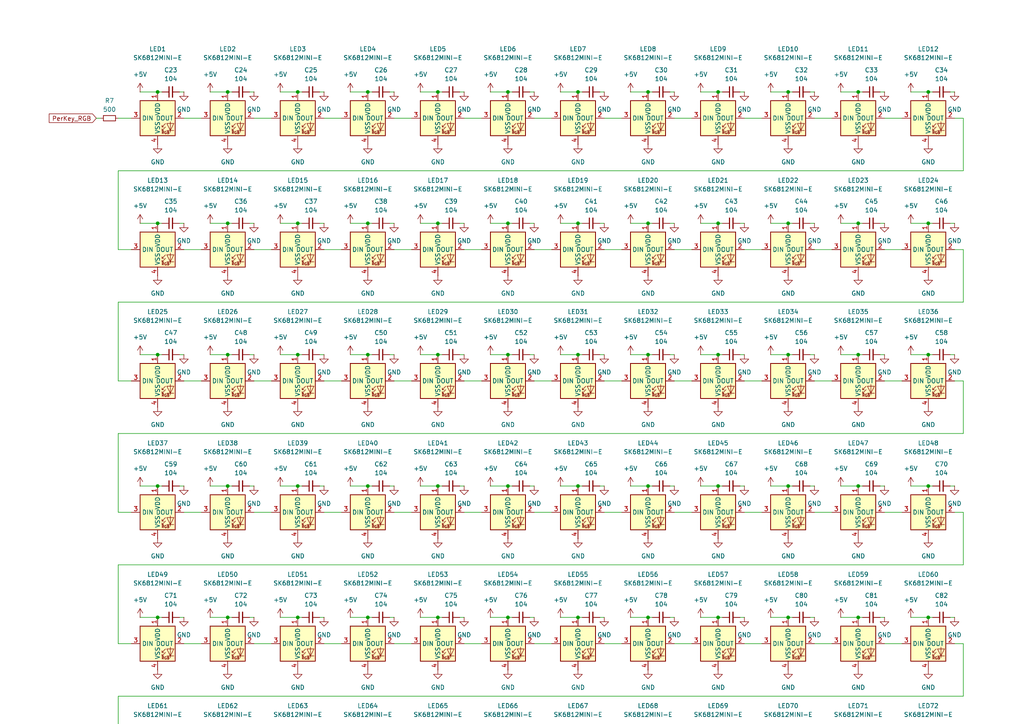
<source format=kicad_sch>
(kicad_sch (version 20231120) (generator "eeschema") (generator_version "8.0")
  (paper "A4")
  (junction (at 66.04 179.07))
  (junction (at 147.32 179.07))
  (junction (at 228.6 255.27))
  (junction (at 167.64 255.27))
  (junction (at 248.92 64.77))
  (junction (at 269.24 140.97))
  (junction (at 86.36 255.27))
  (junction (at 187.96 140.97))
  (junction (at 269.24 102.87))
  (junction (at 45.72 179.07))
  (junction (at 269.24 255.27))
  (junction (at 45.72 26.67))
  (junction (at 269.24 26.67))
  (junction (at 248.92 102.87))
  (junction (at 208.28 26.67))
  (junction (at 127 255.27))
  (junction (at 208.28 179.07))
  (junction (at 187.96 217.17))
  (junction (at 86.36 102.87))
  (junction (at 187.96 102.87))
  (junction (at 208.28 102.87))
  (junction (at 106.68 64.77))
  (junction (at 269.24 179.07))
  (junction (at 147.32 64.77))
  (junction (at 228.6 140.97))
  (junction (at 66.04 140.97))
  (junction (at 187.96 179.07))
  (junction (at 167.64 217.17))
  (junction (at 289.56 255.27))
  (junction (at 228.6 217.17))
  (junction (at 106.68 179.07))
  (junction (at 228.6 102.87))
  (junction (at 187.96 255.27))
  (junction (at 147.32 26.67))
  (junction (at 147.32 102.87))
  (junction (at 66.04 26.67))
  (junction (at 86.36 140.97))
  (junction (at 45.72 102.87))
  (junction (at 147.32 255.27))
  (junction (at 309.88 255.27))
  (junction (at 66.04 102.87))
  (junction (at 45.72 217.17))
  (junction (at 86.36 179.07))
  (junction (at 127 217.17))
  (junction (at 228.6 179.07))
  (junction (at 228.6 26.67))
  (junction (at 248.92 217.17))
  (junction (at 269.24 217.17))
  (junction (at 167.64 26.67))
  (junction (at 106.68 26.67))
  (junction (at 187.96 64.77))
  (junction (at 86.36 217.17))
  (junction (at 228.6 64.77))
  (junction (at 269.24 64.77))
  (junction (at 127 179.07))
  (junction (at 66.04 217.17))
  (junction (at 106.68 255.27))
  (junction (at 106.68 102.87))
  (junction (at 127 102.87))
  (junction (at 86.36 26.67))
  (junction (at 167.64 140.97))
  (junction (at 106.68 140.97))
  (junction (at 167.64 64.77))
  (junction (at 248.92 26.67))
  (junction (at 45.72 64.77))
  (junction (at 86.36 64.77))
  (junction (at 208.28 217.17))
  (junction (at 147.32 217.17))
  (junction (at 147.32 140.97))
  (junction (at 208.28 255.27))
  (junction (at 167.64 102.87))
  (junction (at 45.72 255.27))
  (junction (at 248.92 179.07))
  (junction (at 127 140.97))
  (junction (at 106.68 217.17))
  (junction (at 208.28 140.97))
  (junction (at 45.72 140.97))
  (junction (at 248.92 255.27))
  (junction (at 66.04 64.77))
  (junction (at 127 26.67))
  (junction (at 187.96 26.67))
  (junction (at 127 64.77))
  (junction (at 66.04 255.27))
  (junction (at 208.28 64.77))
  (junction (at 167.64 179.07))
  (junction (at 248.92 140.97))
  (wire (pts (xy 269.24 217.17) (xy 270.51 217.17)))
  (wire (pts (xy 134.62 34.29) (xy 139.7 34.29)))
  (wire (pts (xy 86.36 140.97) (xy 87.63 140.97)))
  (wire (pts (xy 203.2 26.67) (xy 208.28 26.67)))
  (wire (pts (xy 134.62 148.59) (xy 139.7 148.59)))
  (wire (pts (xy 45.72 140.97) (xy 46.99 140.97)))
  (wire (pts (xy 317.5 262.89) (xy 323.85 262.89)))
  (wire (pts (xy 45.72 26.67) (xy 46.99 26.67)))
  (wire (pts (xy 175.26 224.79) (xy 180.34 224.79)))
  (wire (pts (xy 228.6 140.97) (xy 229.87 140.97)))
  (wire (pts (xy 154.94 148.59) (xy 160.02 148.59)))
  (wire (pts (xy 203.2 217.17) (xy 208.28 217.17)))
  (wire (pts (xy 203.2 64.77) (xy 208.28 64.77)))
  (wire (pts (xy 256.54 140.97) (xy 255.27 140.97)))
  (wire (pts (xy 223.52 102.87) (xy 228.6 102.87)))
  (wire (pts (xy 279.4 148.59) (xy 279.4 163.83)))
  (wire (pts (xy 60.96 217.17) (xy 66.04 217.17)))
  (wire (pts (xy 81.28 26.67) (xy 86.36 26.67)))
  (wire (pts (xy 276.86 224.79) (xy 279.4 224.79)))
  (wire (pts (xy 38.1 110.49) (xy 34.29 110.49)))
  (wire (pts (xy 279.4 34.29) (xy 279.4 49.53)))
  (wire (pts (xy 256.54 148.59) (xy 261.62 148.59)))
  (wire (pts (xy 60.96 26.67) (xy 66.04 26.67)))
  (wire (pts (xy 223.52 140.97) (xy 228.6 140.97)))
  (wire (pts (xy 182.88 179.07) (xy 187.96 179.07)))
  (wire (pts (xy 236.22 34.29) (xy 241.3 34.29)))
  (wire (pts (xy 93.98 26.67) (xy 92.71 26.67)))
  (wire (pts (xy 276.86 140.97) (xy 275.59 140.97)))
  (wire (pts (xy 208.28 26.67) (xy 209.55 26.67)))
  (wire (pts (xy 276.86 102.87) (xy 275.59 102.87)))
  (wire (pts (xy 215.9 224.79) (xy 220.98 224.79)))
  (wire (pts (xy 167.64 217.17) (xy 168.91 217.17)))
  (wire (pts (xy 38.1 34.29) (xy 34.29 34.29)))
  (wire (pts (xy 208.28 179.07) (xy 209.55 179.07)))
  (wire (pts (xy 73.66 102.87) (xy 72.39 102.87)))
  (wire (pts (xy 236.22 186.69) (xy 241.3 186.69)))
  (wire (pts (xy 93.98 110.49) (xy 99.06 110.49)))
  (wire (pts (xy 114.3 217.17) (xy 113.03 217.17)))
  (wire (pts (xy 175.26 255.27) (xy 173.99 255.27)))
  (wire (pts (xy 175.26 217.17) (xy 173.99 217.17)))
  (wire (pts (xy 182.88 140.97) (xy 187.96 140.97)))
  (wire (pts (xy 236.22 148.59) (xy 241.3 148.59)))
  (wire (pts (xy 127 102.87) (xy 128.27 102.87)))
  (wire (pts (xy 195.58 72.39) (xy 200.66 72.39)))
  (wire (pts (xy 203.2 140.97) (xy 208.28 140.97)))
  (wire (pts (xy 73.66 186.69) (xy 78.74 186.69)))
  (wire (pts (xy 256.54 110.49) (xy 261.62 110.49)))
  (wire (pts (xy 53.34 179.07) (xy 52.07 179.07)))
  (wire (pts (xy 167.64 255.27) (xy 168.91 255.27)))
  (wire (pts (xy 167.64 64.77) (xy 168.91 64.77)))
  (wire (pts (xy 73.66 148.59) (xy 78.74 148.59)))
  (wire (pts (xy 101.6 64.77) (xy 106.68 64.77)))
  (wire (pts (xy 60.96 140.97) (xy 66.04 140.97)))
  (wire (pts (xy 73.66 34.29) (xy 78.74 34.29)))
  (wire (pts (xy 279.4 110.49) (xy 279.4 125.73)))
  (wire (pts (xy 175.26 110.49) (xy 180.34 110.49)))
  (wire (pts (xy 276.86 217.17) (xy 275.59 217.17)))
  (wire (pts (xy 269.24 140.97) (xy 270.51 140.97)))
  (wire (pts (xy 154.94 34.29) (xy 160.02 34.29)))
  (wire (pts (xy 208.28 217.17) (xy 209.55 217.17)))
  (wire (pts (xy 243.84 102.87) (xy 248.92 102.87)))
  (wire (pts (xy 134.62 140.97) (xy 133.35 140.97)))
  (wire (pts (xy 264.16 140.97) (xy 269.24 140.97)))
  (wire (pts (xy 195.58 224.79) (xy 200.66 224.79)))
  (wire (pts (xy 127 64.77) (xy 128.27 64.77)))
  (wire (pts (xy 162.56 179.07) (xy 167.64 179.07)))
  (wire (pts (xy 248.92 179.07) (xy 250.19 179.07)))
  (wire (pts (xy 45.72 179.07) (xy 46.99 179.07)))
  (wire (pts (xy 93.98 72.39) (xy 99.06 72.39)))
  (wire (pts (xy 53.34 64.77) (xy 52.07 64.77)))
  (wire (pts (xy 276.86 72.39) (xy 279.4 72.39)))
  (wire (pts (xy 215.9 26.67) (xy 214.63 26.67)))
  (wire (pts (xy 121.92 26.67) (xy 127 26.67)))
  (wire (pts (xy 167.64 140.97) (xy 168.91 140.97)))
  (wire (pts (xy 175.26 179.07) (xy 173.99 179.07)))
  (wire (pts (xy 114.3 224.79) (xy 119.38 224.79)))
  (wire (pts (xy 276.86 262.89) (xy 281.94 262.89)))
  (wire (pts (xy 127 255.27) (xy 128.27 255.27)))
  (wire (pts (xy 195.58 148.59) (xy 200.66 148.59)))
  (wire (pts (xy 121.92 217.17) (xy 127 217.17)))
  (wire (pts (xy 162.56 217.17) (xy 167.64 217.17)))
  (wire (pts (xy 73.66 262.89) (xy 78.74 262.89)))
  (wire (pts (xy 53.34 72.39) (xy 58.42 72.39)))
  (wire (pts (xy 53.34 110.49) (xy 58.42 110.49)))
  (wire (pts (xy 175.26 148.59) (xy 180.34 148.59)))
  (wire (pts (xy 276.86 186.69) (xy 279.4 186.69)))
  (wire (pts (xy 243.84 64.77) (xy 248.92 64.77)))
  (wire (pts (xy 114.3 179.07) (xy 113.03 179.07)))
  (wire (pts (xy 86.36 102.87) (xy 87.63 102.87)))
  (wire (pts (xy 81.28 64.77) (xy 86.36 64.77)))
  (wire (pts (xy 162.56 140.97) (xy 167.64 140.97)))
  (wire (pts (xy 264.16 64.77) (xy 269.24 64.77)))
  (wire (pts (xy 154.94 110.49) (xy 160.02 110.49)))
  (wire (pts (xy 284.48 255.27) (xy 289.56 255.27)))
  (wire (pts (xy 175.26 186.69) (xy 180.34 186.69)))
  (wire (pts (xy 276.86 26.67) (xy 275.59 26.67)))
  (wire (pts (xy 256.54 217.17) (xy 255.27 217.17)))
  (wire (pts (xy 195.58 186.69) (xy 200.66 186.69)))
  (wire (pts (xy 73.66 72.39) (xy 78.74 72.39)))
  (wire (pts (xy 142.24 217.17) (xy 147.32 217.17)))
  (wire (pts (xy 38.1 148.59) (xy 34.29 148.59)))
  (wire (pts (xy 264.16 255.27) (xy 269.24 255.27)))
  (wire (pts (xy 228.6 26.67) (xy 229.87 26.67)))
  (wire (pts (xy 134.62 217.17) (xy 133.35 217.17)))
  (wire (pts (xy 134.62 110.49) (xy 139.7 110.49)))
  (wire (pts (xy 60.96 179.07) (xy 66.04 179.07)))
  (wire (pts (xy 114.3 262.89) (xy 119.38 262.89)))
  (wire (pts (xy 276.86 34.29) (xy 279.4 34.29)))
  (wire (pts (xy 236.22 217.17) (xy 234.95 217.17)))
  (wire (pts (xy 40.64 255.27) (xy 45.72 255.27)))
  (wire (pts (xy 162.56 64.77) (xy 167.64 64.77)))
  (wire (pts (xy 66.04 26.67) (xy 67.31 26.67)))
  (wire (pts (xy 195.58 64.77) (xy 194.31 64.77)))
  (wire (pts (xy 34.29 87.63) (xy 34.29 110.49)))
  (wire (pts (xy 187.96 140.97) (xy 189.23 140.97)))
  (wire (pts (xy 53.34 262.89) (xy 58.42 262.89)))
  (wire (pts (xy 53.34 186.69) (xy 58.42 186.69)))
  (wire (pts (xy 34.29 125.73) (xy 34.29 148.59)))
  (wire (pts (xy 154.94 64.77) (xy 153.67 64.77)))
  (wire (pts (xy 289.56 255.27) (xy 290.83 255.27)))
  (wire (pts (xy 223.52 179.07) (xy 228.6 179.07)))
  (wire (pts (xy 127 140.97) (xy 128.27 140.97)))
  (wire (pts (xy 162.56 255.27) (xy 167.64 255.27)))
  (wire (pts (xy 106.68 26.67) (xy 107.95 26.67)))
  (wire (pts (xy 154.94 186.69) (xy 160.02 186.69)))
  (wire (pts (xy 236.22 140.97) (xy 234.95 140.97)))
  (wire (pts (xy 93.98 140.97) (xy 92.71 140.97)))
  (wire (pts (xy 93.98 186.69) (xy 99.06 186.69)))
  (wire (pts (xy 40.64 26.67) (xy 45.72 26.67)))
  (wire (pts (xy 269.24 255.27) (xy 270.51 255.27)))
  (wire (pts (xy 154.94 102.87) (xy 153.67 102.87)))
  (wire (pts (xy 256.54 64.77) (xy 255.27 64.77)))
  (wire (pts (xy 114.3 140.97) (xy 113.03 140.97)))
  (wire (pts (xy 279.4 240.03) (xy 34.29 240.03)))
  (wire (pts (xy 317.5 255.27) (xy 316.23 255.27)))
  (wire (pts (xy 38.1 186.69) (xy 34.29 186.69)))
  (wire (pts (xy 147.32 102.87) (xy 148.59 102.87)))
  (wire (pts (xy 175.26 34.29) (xy 180.34 34.29)))
  (wire (pts (xy 86.36 26.67) (xy 87.63 26.67)))
  (wire (pts (xy 53.34 148.59) (xy 58.42 148.59)))
  (wire (pts (xy 134.62 186.69) (xy 139.7 186.69)))
  (wire (pts (xy 38.1 224.79) (xy 34.29 224.79)))
  (wire (pts (xy 81.28 217.17) (xy 86.36 217.17)))
  (wire (pts (xy 93.98 179.07) (xy 92.71 179.07)))
  (wire (pts (xy 106.68 64.77) (xy 107.95 64.77)))
  (wire (pts (xy 248.92 255.27) (xy 250.19 255.27)))
  (wire (pts (xy 101.6 26.67) (xy 106.68 26.67)))
  (wire (pts (xy 40.64 179.07) (xy 45.72 179.07)))
  (wire (pts (xy 93.98 224.79) (xy 99.06 224.79)))
  (wire (pts (xy 121.92 64.77) (xy 127 64.77)))
  (wire (pts (xy 60.96 64.77) (xy 66.04 64.77)))
  (wire (pts (xy 215.9 110.49) (xy 220.98 110.49)))
  (wire (pts (xy 53.34 34.29) (xy 58.42 34.29)))
  (wire (pts (xy 86.36 179.07) (xy 87.63 179.07)))
  (wire (pts (xy 66.04 217.17) (xy 67.31 217.17)))
  (wire (pts (xy 53.34 224.79) (xy 58.42 224.79)))
  (wire (pts (xy 256.54 255.27) (xy 255.27 255.27)))
  (wire (pts (xy 228.6 102.87) (xy 229.87 102.87)))
  (wire (pts (xy 93.98 255.27) (xy 92.71 255.27)))
  (wire (pts (xy 215.9 217.17) (xy 214.63 217.17)))
  (wire (pts (xy 264.16 217.17) (xy 269.24 217.17)))
  (wire (pts (xy 215.9 186.69) (xy 220.98 186.69)))
  (wire (pts (xy 236.22 255.27) (xy 234.95 255.27)))
  (wire (pts (xy 215.9 34.29) (xy 220.98 34.29)))
  (wire (pts (xy 208.28 255.27) (xy 209.55 255.27)))
  (wire (pts (xy 66.04 102.87) (xy 67.31 102.87)))
  (wire (pts (xy 269.24 64.77) (xy 270.51 64.77)))
  (wire (pts (xy 60.96 255.27) (xy 66.04 255.27)))
  (wire (pts (xy 34.29 240.03) (xy 34.29 262.89)))
  (wire (pts (xy 200.66 262.89) (xy 195.58 262.89)))
  (wire (pts (xy 175.26 72.39) (xy 180.34 72.39)))
  (wire (pts (xy 269.24 179.07) (xy 270.51 179.07)))
  (wire (pts (xy 236.22 72.39) (xy 241.3 72.39)))
  (wire (pts (xy 134.62 179.07) (xy 133.35 179.07)))
  (wire (pts (xy 279.4 87.63) (xy 34.29 87.63)))
  (wire (pts (xy 208.28 140.97) (xy 209.55 140.97)))
  (wire (pts (xy 134.62 224.79) (xy 139.7 224.79)))
  (wire (pts (xy 81.28 179.07) (xy 86.36 179.07)))
  (wire (pts (xy 256.54 186.69) (xy 261.62 186.69)))
  (wire (pts (xy 45.72 64.77) (xy 46.99 64.77)))
  (wire (pts (xy 114.3 72.39) (xy 119.38 72.39)))
  (wire (pts (xy 93.98 262.89) (xy 99.06 262.89)))
  (wire (pts (xy 248.92 64.77) (xy 250.19 64.77)))
  (wire (pts (xy 93.98 64.77) (xy 92.71 64.77)))
  (wire (pts (xy 134.62 262.89) (xy 139.7 262.89)))
  (wire (pts (xy 73.66 224.79) (xy 78.74 224.79)))
  (wire (pts (xy 114.3 110.49) (xy 119.38 110.49)))
  (wire (pts (xy 106.68 255.27) (xy 107.95 255.27)))
  (wire (pts (xy 215.9 255.27) (xy 214.63 255.27)))
  (wire (pts (xy 228.6 217.17) (xy 229.87 217.17)))
  (wire (pts (xy 236.22 179.07) (xy 234.95 179.07)))
  (wire (pts (xy 121.92 179.07) (xy 127 179.07)))
  (wire (pts (xy 147.32 64.77) (xy 148.59 64.77)))
  (wire (pts (xy 147.32 140.97) (xy 148.59 140.97)))
  (wire (pts (xy 276.86 255.27) (xy 275.59 255.27)))
  (wire (pts (xy 223.52 255.27) (xy 228.6 255.27)))
  (wire (pts (xy 34.29 49.53) (xy 34.29 72.39)))
  (wire (pts (xy 279.4 72.39) (xy 279.4 87.63)))
  (wire (pts (xy 256.54 72.39) (xy 261.62 72.39)))
  (wire (pts (xy 167.64 102.87) (xy 168.91 102.87)))
  (wire (pts (xy 106.68 140.97) (xy 107.95 140.97)))
  (wire (pts (xy 276.86 110.49) (xy 279.4 110.49)))
  (wire (pts (xy 93.98 217.17) (xy 92.71 217.17)))
  (wire (pts (xy 279.4 125.73) (xy 34.29 125.73)))
  (wire (pts (xy 53.34 26.67) (xy 52.07 26.67)))
  (wire (pts (xy 248.92 217.17) (xy 250.19 217.17)))
  (wire (pts (xy 106.68 179.07) (xy 107.95 179.07)))
  (wire (pts (xy 256.54 102.87) (xy 255.27 102.87)))
  (wire (pts (xy 142.24 64.77) (xy 147.32 64.77)))
  (wire (pts (xy 195.58 26.67) (xy 194.31 26.67)))
  (wire (pts (xy 40.64 102.87) (xy 45.72 102.87)))
  (wire (pts (xy 154.94 262.89) (xy 160.02 262.89)))
  (wire (pts (xy 114.3 255.27) (xy 113.03 255.27)))
  (wire (pts (xy 276.86 148.59) (xy 279.4 148.59)))
  (wire (pts (xy 236.22 26.67) (xy 234.95 26.67)))
  (wire (pts (xy 154.94 179.07) (xy 153.67 179.07)))
  (wire (pts (xy 40.64 217.17) (xy 45.72 217.17)))
  (wire (pts (xy 309.88 255.27) (xy 311.15 255.27)))
  (wire (pts (xy 73.66 140.97) (xy 72.39 140.97)))
  (wire (pts (xy 167.64 179.07) (xy 168.91 179.07)))
  (wire (pts (xy 182.88 217.17) (xy 187.96 217.17)))
  (wire (pts (xy 256.54 26.67) (xy 255.27 26.67)))
  (wire (pts (xy 269.24 26.67) (xy 270.51 26.67)))
  (wire (pts (xy 53.34 140.97) (xy 52.07 140.97)))
  (wire (pts (xy 182.88 26.67) (xy 187.96 26.67)))
  (wire (pts (xy 121.92 255.27) (xy 127 255.27)))
  (wire (pts (xy 142.24 140.97) (xy 147.32 140.97)))
  (wire (pts (xy 223.52 217.17) (xy 228.6 217.17)))
  (wire (pts (xy 40.64 64.77) (xy 45.72 64.77)))
  (wire (pts (xy 297.18 255.27) (xy 295.91 255.27)))
  (wire (pts (xy 236.22 110.49) (xy 241.3 110.49)))
  (wire (pts (xy 208.28 64.77) (xy 209.55 64.77)))
  (wire (pts (xy 195.58 140.97) (xy 194.31 140.97)))
  (wire (pts (xy 73.66 179.07) (xy 72.39 179.07)))
  (wire (pts (xy 66.04 255.27) (xy 67.31 255.27)))
  (wire (pts (xy 248.92 102.87) (xy 250.19 102.87)))
  (wire (pts (xy 73.66 217.17) (xy 72.39 217.17)))
  (wire (pts (xy 256.54 224.79) (xy 261.62 224.79)))
  (wire (pts (xy 228.6 179.07) (xy 229.87 179.07)))
  (wire (pts (xy 162.56 102.87) (xy 167.64 102.87)))
  (wire (pts (xy 187.96 255.27) (xy 189.23 255.27)))
  (wire (pts (xy 127 179.07) (xy 128.27 179.07)))
  (wire (pts (xy 114.3 64.77) (xy 113.03 64.77)))
  (wire (pts (xy 154.94 140.97) (xy 153.67 140.97)))
  (wire (pts (xy 101.6 102.87) (xy 106.68 102.87)))
  (wire (pts (xy 86.36 217.17) (xy 87.63 217.17)))
  (wire (pts (xy 195.58 255.27) (xy 194.31 255.27)))
  (wire (pts (xy 203.2 102.87) (xy 208.28 102.87)))
  (wire (pts (xy 93.98 102.87) (xy 92.71 102.87)))
  (wire (pts (xy 187.96 217.17) (xy 189.23 217.17)))
  (wire (pts (xy 154.94 217.17) (xy 153.67 217.17)))
  (wire (pts (xy 243.84 179.07) (xy 248.92 179.07)))
  (wire (pts (xy 228.6 255.27) (xy 229.87 255.27)))
  (wire (pts (xy 101.6 255.27) (xy 106.68 255.27)))
  (wire (pts (xy 187.96 102.87) (xy 189.23 102.87)))
  (wire (pts (xy 215.9 72.39) (xy 220.98 72.39)))
  (wire (pts (xy 60.96 102.87) (xy 66.04 102.87)))
  (wire (pts (xy 142.24 179.07) (xy 147.32 179.07)))
  (wire (pts (xy 134.62 64.77) (xy 133.35 64.77)))
  (wire (pts (xy 279.4 163.83) (xy 34.29 163.83)))
  (wire (pts (xy 147.32 179.07) (xy 148.59 179.07)))
  (wire (pts (xy 101.6 217.17) (xy 106.68 217.17)))
  (wire (pts (xy 114.3 34.29) (xy 119.38 34.29)))
  (wire (pts (xy 175.26 262.89) (xy 180.34 262.89)))
  (wire (pts (xy 45.72 255.27) (xy 46.99 255.27)))
  (wire (pts (xy 81.28 140.97) (xy 86.36 140.97)))
  (wire (pts (xy 195.58 34.29) (xy 200.66 34.29)))
  (wire (pts (xy 66.04 140.97) (xy 67.31 140.97)))
  (wire (pts (xy 127 26.67) (xy 128.27 26.67)))
  (wire (pts (xy 93.98 34.29) (xy 99.06 34.29)))
  (wire (pts (xy 127 217.17) (xy 128.27 217.17)))
  (wire (pts (xy 243.84 140.97) (xy 248.92 140.97)))
  (wire (pts (xy 154.94 72.39) (xy 160.02 72.39)))
  (wire (pts (xy 215.9 148.59) (xy 220.98 148.59)))
  (wire (pts (xy 215.9 262.89) (xy 220.98 262.89)))
  (wire (pts (xy 276.86 179.07) (xy 275.59 179.07)))
  (wire (pts (xy 142.24 255.27) (xy 147.32 255.27)))
  (wire (pts (xy 236.22 64.77) (xy 234.95 64.77)))
  (wire (pts (xy 34.29 201.93) (xy 34.29 224.79)))
  (wire (pts (xy 236.22 262.89) (xy 241.3 262.89)))
  (wire (pts (xy 53.34 255.27) (xy 52.07 255.27)))
  (wire (pts (xy 38.1 262.89) (xy 34.29 262.89)))
  (wire (pts (xy 236.22 102.87) (xy 234.95 102.87)))
  (wire (pts (xy 256.54 34.29) (xy 261.62 34.29)))
  (wire (pts (xy 208.28 102.87) (xy 209.55 102.87)))
  (wire (pts (xy 29.21 34.29) (xy 27.94 34.29)))
  (wire (pts (xy 195.58 179.07) (xy 194.31 179.07)))
  (wire (pts (xy 223.52 26.67) (xy 228.6 26.67)))
  (wire (pts (xy 256.54 262.89) (xy 261.62 262.89)))
  (wire (pts (xy 134.62 102.87) (xy 133.35 102.87)))
  (wire (pts (xy 134.62 255.27) (xy 133.35 255.27)))
  (wire (pts (xy 187.96 26.67) (xy 189.23 26.67)))
  (wire (pts (xy 73.66 255.27) (xy 72.39 255.27)))
  (wire (pts (xy 142.24 26.67) (xy 147.32 26.67)))
  (wire (pts (xy 195.58 217.17) (xy 194.31 217.17)))
  (wire (pts (xy 195.58 110.49) (xy 200.66 110.49)))
  (wire (pts (xy 167.64 26.67) (xy 168.91 26.67)))
  (wire (pts (xy 154.94 255.27) (xy 153.67 255.27)))
  (wire (pts (xy 182.88 255.27) (xy 187.96 255.27)))
  (wire (pts (xy 66.04 64.77) (xy 67.31 64.77)))
  (wire (pts (xy 264.16 26.67) (xy 269.24 26.67)))
  (wire (pts (xy 215.9 102.87) (xy 214.63 102.87)))
  (wire (pts (xy 45.72 102.87) (xy 46.99 102.87)))
  (wire (pts (xy 279.4 49.53) (xy 34.29 49.53)))
  (wire (pts (xy 162.56 26.67) (xy 167.64 26.67)))
  (wire (pts (xy 86.36 255.27) (xy 87.63 255.27)))
  (wire (pts (xy 279.4 186.69) (xy 279.4 201.93)))
  (wire (pts (xy 38.1 72.39) (xy 34.29 72.39)))
  (wire (pts (xy 93.98 148.59) (xy 99.06 148.59)))
  (wire (pts (xy 73.66 64.77) (xy 72.39 64.77)))
  (wire (pts (xy 248.92 140.97) (xy 250.19 140.97)))
  (wire (pts (xy 81.28 255.27) (xy 86.36 255.27)))
  (wire (pts (xy 142.24 102.87) (xy 147.32 102.87)))
  (wire (pts (xy 121.92 102.87) (xy 127 102.87)))
  (wire (pts (xy 121.92 140.97) (xy 127 140.97)))
  (wire (pts (xy 45.72 217.17) (xy 46.99 217.17)))
  (wire (pts (xy 182.88 64.77) (xy 187.96 64.77)))
  (wire (pts (xy 203.2 255.27) (xy 208.28 255.27)))
  (wire (pts (xy 236.22 224.79) (xy 241.3 224.79)))
  (wire (pts (xy 101.6 179.07) (xy 106.68 179.07)))
  (wire (pts (xy 264.16 179.07) (xy 269.24 179.07)))
  (wire (pts (xy 228.6 64.77) (xy 229.87 64.77)))
  (wire (pts (xy 203.2 179.07) (xy 208.28 179.07)))
  (wire (pts (xy 256.54 179.07) (xy 255.27 179.07)))
  (wire (pts (xy 106.68 102.87) (xy 107.95 102.87)))
  (wire (pts (xy 215.9 64.77) (xy 214.63 64.77)))
  (wire (pts (xy 154.94 26.67) (xy 153.67 26.67)))
  (wire (pts (xy 81.28 102.87) (xy 86.36 102.87)))
  (wire (pts (xy 243.84 217.17) (xy 248.92 217.17)))
  (wire (pts (xy 175.26 140.97) (xy 173.99 140.97)))
  (wire (pts (xy 147.32 26.67) (xy 148.59 26.67)))
  (wire (pts (xy 215.9 179.07) (xy 214.63 179.07)))
  (wire (pts (xy 175.26 26.67) (xy 173.99 26.67)))
  (wire (pts (xy 114.3 186.69) (xy 119.38 186.69)))
  (wire (pts (xy 276.86 64.77) (xy 275.59 64.77)))
  (wire (pts (xy 114.3 102.87) (xy 113.03 102.87)))
  (wire (pts (xy 187.96 64.77) (xy 189.23 64.77)))
  (wire (pts (xy 101.6 140.97) (xy 106.68 140.97)))
  (wire (pts (xy 195.58 102.87) (xy 194.31 102.87)))
  (wire (pts (xy 269.24 102.87) (xy 270.51 102.87)))
  (wire (pts (xy 248.92 26.67) (xy 250.19 26.67)))
  (wire (pts (xy 53.34 217.17) (xy 52.07 217.17)))
  (wire (pts (xy 34.29 163.83) (xy 34.29 186.69)))
  (wire (pts (xy 134.62 72.39) (xy 139.7 72.39)))
  (wire (pts (xy 53.34 102.87) (xy 52.07 102.87)))
  (wire (pts (xy 134.62 26.67) (xy 133.35 26.67)))
  (wire (pts (xy 147.32 255.27) (xy 148.59 255.27)))
  (wire (pts (xy 40.64 140.97) (xy 45.72 140.97)))
  (wire (pts (xy 264.16 102.87) (xy 269.24 102.87)))
  (wire (pts (xy 154.94 224.79) (xy 160.02 224.79)))
  (wire (pts (xy 175.26 102.87) (xy 173.99 102.87)))
  (wire (pts (xy 223.52 64.77) (xy 228.6 64.77)))
  (wire (pts (xy 106.68 217.17) (xy 107.95 217.17)))
  (wire (pts (xy 147.32 217.17) (xy 148.59 217.17)))
  (wire (pts (xy 215.9 140.97) (xy 214.63 140.97)))
  (wire (pts (xy 114.3 26.67) (xy 113.03 26.67)))
  (wire (pts (xy 279.4 224.79) (xy 279.4 240.03)))
  (wire (pts (xy 243.84 26.67) (xy 248.92 26.67)))
  (wire (pts (xy 297.18 262.89) (xy 302.26 262.89)))
  (wire (pts (xy 187.96 179.07) (xy 189.23 179.07)))
  (wire (pts (xy 73.66 110.49) (xy 78.74 110.49)))
  (wire (pts (xy 304.8 255.27) (xy 309.88 255.27)))
  (wire (pts (xy 114.3 148.59) (xy 119.38 148.59)))
  (wire (pts (xy 243.84 255.27) (xy 248.92 255.27)))
  (wire (pts (xy 182.88 102.87) (xy 187.96 102.87)))
  (wire (pts (xy 279.4 201.93) (xy 34.29 201.93)))
  (wire (pts (xy 86.36 64.77) (xy 87.63 64.77)))
  (wire (pts (xy 175.26 64.77) (xy 173.99 64.77)))
  (wire (pts (xy 73.66 26.67) (xy 72.39 26.67)))
  (wire (pts (xy 66.04 179.07) (xy 67.31 179.07)))
  (global_label "PerKey_RGB" (shape input) (at 27.94 34.29 180) (property "Intersheetrefs" "${INTERSHEET_REFS}" (effects (hide yes))))
  (symbol (lib_id "Device:C_Small") (at 49.53 255.27 90) (unit 1)
    (property "Reference" "C95" (at 49.5363 248.92 90))
    (property "Value" "104" (at 49.5363 251.46 90))
    (property "Footprint" "Diode_SMD:D_SOD-123" (effects (hide yes)))
    (property "Description" "Unpolarized capacitor, small symbol" (effects (hide yes)))
  )
  (symbol (lib_id "power:GND") (at 93.98 140.97 0) (unit 1)
    (property "Reference" "#PWR0168" (effects (hide yes)))
    (property "Value" "GND" (at 93.98 146.05 0))
    (property "Description" "Power symbol creates a global label with name \"GND\" , ground" (effects (hide yes)))
  )
  (symbol (lib_id "power:GND") (at 114.3 102.87 0) (unit 1)
    (property "Reference" "#PWR0134" (effects (hide yes)))
    (property "Value" "GND" (at 114.3 107.95 0))
    (property "Description" "Power symbol creates a global label with name \"GND\" , ground" (effects (hide yes)))
  )
  (symbol (lib_id "power:+5V") (at 40.64 140.97 0) (unit 1)
    (property "Reference" "#PWR0163" (effects (hide yes)))
    (property "Value" "+5V" (at 40.64 135.89 0))
    (property "Description" "Power symbol creates a global label with name \"+5V\"" (effects (hide yes)))
  )
  (symbol (lib_id "PCM_marbastlib-various:SK6812MINI-E") (at 45.72 262.89 0) (unit 1)
    (property "Reference" "LED73" (at 45.72 242.824 0))
    (property "Value" "SK6812MINI-E" (at 45.72 245.364 0))
    (property "Footprint" "PCM_marbastlib-various:LED_6028R" (effects (hide yes)))
    (property "Description" "Reverse mount adressable LED (WS2812 protocol)" (effects (hide yes)))
  )
  (symbol (lib_id "power:GND") (at 248.92 41.91 0) (unit 1)
    (property "Reference" "#PWR089" (effects (hide yes)))
    (property "Value" "GND" (at 248.92 46.99 0))
    (property "Description" "Power symbol creates a global label with name \"GND\" , ground" (effects (hide yes)))
  )
  (symbol (lib_id "power:+5V") (at 101.6 217.17 0) (unit 1)
    (property "Reference" "#PWR0241" (effects (hide yes)))
    (property "Value" "+5V" (at 101.6 212.09 0))
    (property "Description" "Power symbol creates a global label with name \"+5V\"" (effects (hide yes)))
  )
  (symbol (lib_id "power:GND") (at 86.36 80.01 0) (unit 1)
    (property "Reference" "#PWR0117" (effects (hide yes)))
    (property "Value" "GND" (at 86.36 85.09 0))
    (property "Description" "Power symbol creates a global label with name \"GND\" , ground" (effects (hide yes)))
  )
  (symbol (lib_id "power:GND") (at 228.6 232.41 0) (unit 1)
    (property "Reference" "#PWR0268" (effects (hide yes)))
    (property "Value" "GND" (at 228.6 237.49 0))
    (property "Description" "Power symbol creates a global label with name \"GND\" , ground" (effects (hide yes)))
  )
  (symbol (lib_id "power:GND") (at 215.9 255.27 0) (unit 1)
    (property "Reference" "#PWR0288" (effects (hide yes)))
    (property "Value" "GND" (at 215.9 260.35 0))
    (property "Description" "Power symbol creates a global label with name \"GND\" , ground" (effects (hide yes)))
  )
  (symbol (lib_id "PCM_marbastlib-various:SK6812MINI-E") (at 208.28 148.59 0) (unit 1)
    (property "Reference" "LED45" (at 208.28 128.524 0))
    (property "Value" "SK6812MINI-E" (at 208.28 131.064 0))
    (property "Footprint" "PCM_marbastlib-various:LED_6028R" (effects (hide yes)))
    (property "Description" "Reverse mount adressable LED (WS2812 protocol)" (effects (hide yes)))
  )
  (symbol (lib_id "Device:C_Small") (at 69.85 140.97 90) (unit 1)
    (property "Reference" "C60" (at 69.8563 134.62 90))
    (property "Value" "104" (at 69.8563 137.16 90))
    (property "Footprint" "Diode_SMD:D_SOD-123" (effects (hide yes)))
    (property "Description" "Unpolarized capacitor, small symbol" (effects (hide yes)))
  )
  (symbol (lib_id "PCM_marbastlib-various:SK6812MINI-E") (at 208.28 262.89 0) (unit 1)
    (property "Reference" "LED81" (at 208.28 242.824 0))
    (property "Value" "SK6812MINI-E" (at 208.28 245.364 0))
    (property "Footprint" "PCM_marbastlib-various:LED_6028R" (effects (hide yes)))
    (property "Description" "Reverse mount adressable LED (WS2812 protocol)" (effects (hide yes)))
  )
  (symbol (lib_id "Device:C_Small") (at 232.41 217.17 90) (unit 1)
    (property "Reference" "C92" (at 232.4163 210.82 90))
    (property "Value" "104" (at 232.4163 213.36 90))
    (property "Footprint" "Diode_SMD:D_SOD-123" (effects (hide yes)))
    (property "Description" "Unpolarized capacitor, small symbol" (effects (hide yes)))
  )
  (symbol (lib_id "power:GND") (at 248.92 270.51 0) (unit 1)
    (property "Reference" "#PWR0309" (effects (hide yes)))
    (property "Value" "GND" (at 248.92 275.59 0))
    (property "Description" "Power symbol creates a global label with name \"GND\" , ground" (effects (hide yes)))
  )
  (symbol (lib_id "power:GND") (at 93.98 102.87 0) (unit 1)
    (property "Reference" "#PWR0132" (effects (hide yes)))
    (property "Value" "GND" (at 93.98 107.95 0))
    (property "Description" "Power symbol creates a global label with name \"GND\" , ground" (effects (hide yes)))
  )
  (symbol (lib_id "power:+5V") (at 40.64 26.67 0) (unit 1)
    (property "Reference" "#PWR055" (effects (hide yes)))
    (property "Value" "+5V" (at 40.64 21.59 0))
    (property "Description" "Power symbol creates a global label with name \"+5V\"" (effects (hide yes)))
  )
  (symbol (lib_id "power:GND") (at 86.36 118.11 0) (unit 1)
    (property "Reference" "#PWR0153" (effects (hide yes)))
    (property "Value" "GND" (at 86.36 123.19 0))
    (property "Description" "Power symbol creates a global label with name \"GND\" , ground" (effects (hide yes)))
  )
  (symbol (lib_id "power:GND") (at 45.72 156.21 0) (unit 1)
    (property "Reference" "#PWR0187" (effects (hide yes)))
    (property "Value" "GND" (at 45.72 161.29 0))
    (property "Description" "Power symbol creates a global label with name \"GND\" , ground" (effects (hide yes)))
  )
  (symbol (lib_id "power:GND") (at 248.92 232.41 0) (unit 1)
    (property "Reference" "#PWR0269" (effects (hide yes)))
    (property "Value" "GND" (at 248.92 237.49 0))
    (property "Description" "Power symbol creates a global label with name \"GND\" , ground" (effects (hide yes)))
  )
  (symbol (lib_id "power:GND") (at 289.56 270.51 0) (unit 1)
    (property "Reference" "#PWR0311" (effects (hide yes)))
    (property "Value" "GND" (at 289.56 275.59 0))
    (property "Description" "Power symbol creates a global label with name \"GND\" , ground" (effects (hide yes)))
  )
  (symbol (lib_id "power:+5V") (at 121.92 140.97 0) (unit 1)
    (property "Reference" "#PWR0171" (effects (hide yes)))
    (property "Value" "+5V" (at 121.92 135.89 0))
    (property "Description" "Power symbol creates a global label with name \"+5V\"" (effects (hide yes)))
  )
  (symbol (lib_id "power:GND") (at 317.5 255.27 0) (unit 1)
    (property "Reference" "#PWR0298" (effects (hide yes)))
    (property "Value" "GND" (at 317.5 260.35 0))
    (property "Description" "Power symbol creates a global label with name \"GND\" , ground" (effects (hide yes)))
  )
  (symbol (lib_id "PCM_marbastlib-various:SK6812MINI-E") (at 147.32 148.59 0) (unit 1)
    (property "Reference" "LED42" (at 147.32 128.524 0))
    (property "Value" "SK6812MINI-E" (at 147.32 131.064 0))
    (property "Footprint" "PCM_marbastlib-various:LED_6028R" (effects (hide yes)))
    (property "Description" "Reverse mount adressable LED (WS2812 protocol)" (effects (hide yes)))
  )
  (symbol (lib_id "power:GND") (at 215.9 217.17 0) (unit 1)
    (property "Reference" "#PWR0252" (effects (hide yes)))
    (property "Value" "GND" (at 215.9 222.25 0))
    (property "Description" "Power symbol creates a global label with name \"GND\" , ground" (effects (hide yes)))
  )
  (symbol (lib_id "Device:C_Small") (at 130.81 64.77 90) (unit 1)
    (property "Reference" "C39" (at 130.8163 58.42 90))
    (property "Value" "104" (at 130.8163 60.96 90))
    (property "Footprint" "Diode_SMD:D_SOD-123" (effects (hide yes)))
    (property "Description" "Unpolarized capacitor, small symbol" (effects (hide yes)))
  )
  (symbol (lib_id "power:+5V") (at 162.56 255.27 0) (unit 1)
    (property "Reference" "#PWR0283" (effects (hide yes)))
    (property "Value" "+5V" (at 162.56 250.19 0))
    (property "Description" "Power symbol creates a global label with name \"+5V\"" (effects (hide yes)))
  )
  (symbol (lib_id "Device:C_Small") (at 151.13 179.07 90) (unit 1)
    (property "Reference" "C76" (at 151.1363 172.72 90))
    (property "Value" "104" (at 151.1363 175.26 90))
    (property "Footprint" "Diode_SMD:D_SOD-123" (effects (hide yes)))
    (property "Description" "Unpolarized capacitor, small symbol" (effects (hide yes)))
  )
  (symbol (lib_id "PCM_marbastlib-various:SK6812MINI-E") (at 248.92 110.49 0) (unit 1)
    (property "Reference" "LED35" (at 248.92 90.424 0))
    (property "Value" "SK6812MINI-E" (at 248.92 92.964 0))
    (property "Footprint" "PCM_marbastlib-various:LED_6028R" (effects (hide yes)))
    (property "Description" "Reverse mount adressable LED (WS2812 protocol)" (effects (hide yes)))
  )
  (symbol (lib_id "Device:C_Small") (at 110.49 140.97 90) (unit 1)
    (property "Reference" "C62" (at 110.4963 134.62 90))
    (property "Value" "104" (at 110.4963 137.16 90))
    (property "Footprint" "Diode_SMD:D_SOD-123" (effects (hide yes)))
    (property "Description" "Unpolarized capacitor, small symbol" (effects (hide yes)))
  )
  (symbol (lib_id "power:GND") (at 195.58 26.67 0) (unit 1)
    (property "Reference" "#PWR070" (effects (hide yes)))
    (property "Value" "GND" (at 195.58 31.75 0))
    (property "Description" "Power symbol creates a global label with name \"GND\" , ground" (effects (hide yes)))
  )
  (symbol (lib_id "Device:C_Small") (at 191.77 26.67 90) (unit 1)
    (property "Reference" "C30" (at 191.7763 20.32 90))
    (property "Value" "104" (at 191.7763 22.86 90))
    (property "Footprint" "Diode_SMD:D_SOD-123" (effects (hide yes)))
    (property "Description" "Unpolarized capacitor, small symbol" (effects (hide yes)))
  )
  (symbol (lib_id "power:+5V") (at 223.52 26.67 0) (unit 1)
    (property "Reference" "#PWR073" (effects (hide yes)))
    (property "Value" "+5V" (at 223.52 21.59 0))
    (property "Description" "Power symbol creates a global label with name \"+5V\"" (effects (hide yes)))
  )
  (symbol (lib_id "power:GND") (at 269.24 270.51 0) (unit 1)
    (property "Reference" "#PWR0310" (effects (hide yes)))
    (property "Value" "GND" (at 269.24 275.59 0))
    (property "Description" "Power symbol creates a global label with name \"GND\" , ground" (effects (hide yes)))
  )
  (symbol (lib_id "Device:C_Small") (at 252.73 217.17 90) (unit 1)
    (property "Reference" "C93" (at 252.7363 210.82 90))
    (property "Value" "104" (at 252.7363 213.36 90))
    (property "Footprint" "Diode_SMD:D_SOD-123" (effects (hide yes)))
    (property "Description" "Unpolarized capacitor, small symbol" (effects (hide yes)))
  )
  (symbol (lib_id "PCM_marbastlib-various:SK6812MINI-E") (at 86.36 72.39 0) (unit 1)
    (property "Reference" "LED15" (at 86.36 52.324 0))
    (property "Value" "SK6812MINI-E" (at 86.36 54.864 0))
    (property "Footprint" "PCM_marbastlib-various:LED_6028R" (effects (hide yes)))
    (property "Description" "Reverse mount adressable LED (WS2812 protocol)" (effects (hide yes)))
  )
  (symbol (lib_id "power:GND") (at 236.22 217.17 0) (unit 1)
    (property "Reference" "#PWR0254" (effects (hide yes)))
    (property "Value" "GND" (at 236.22 222.25 0))
    (property "Description" "Power symbol creates a global label with name \"GND\" , ground" (effects (hide yes)))
  )
  (symbol (lib_id "Device:C_Small") (at 49.53 64.77 90) (unit 1)
    (property "Reference" "C35" (at 49.5363 58.42 90))
    (property "Value" "104" (at 49.5363 60.96 90))
    (property "Footprint" "Diode_SMD:D_SOD-123" (effects (hide yes)))
    (property "Description" "Unpolarized capacitor, small symbol" (effects (hide yes)))
  )
  (symbol (lib_id "PCM_marbastlib-various:SK6812MINI-E") (at 127 34.29 0) (unit 1)
    (property "Reference" "LED5" (at 127 14.224 0))
    (property "Value" "SK6812MINI-E" (at 127 16.764 0))
    (property "Footprint" "PCM_marbastlib-various:LED_6028R" (effects (hide yes)))
    (property "Description" "Reverse mount adressable LED (WS2812 protocol)" (effects (hide yes)))
  )
  (symbol (lib_id "power:GND") (at 93.98 217.17 0) (unit 1)
    (property "Reference" "#PWR0240" (effects (hide yes)))
    (property "Value" "GND" (at 93.98 222.25 0))
    (property "Description" "Power symbol creates a global label with name \"GND\" , ground" (effects (hide yes)))
  )
  (symbol (lib_id "power:GND") (at 86.36 270.51 0) (unit 1)
    (property "Reference" "#PWR0301" (effects (hide yes)))
    (property "Value" "GND" (at 86.36 275.59 0))
    (property "Description" "Power symbol creates a global label with name \"GND\" , ground" (effects (hide yes)))
  )
  (symbol (lib_id "power:GND") (at 106.68 232.41 0) (unit 1)
    (property "Reference" "#PWR0262" (effects (hide yes)))
    (property "Value" "GND" (at 106.68 237.49 0))
    (property "Description" "Power symbol creates a global label with name \"GND\" , ground" (effects (hide yes)))
  )
  (symbol (lib_id "Device:C_Small") (at 110.49 217.17 90) (unit 1)
    (property "Reference" "C86" (at 110.4963 210.82 90))
    (property "Value" "104" (at 110.4963 213.36 90))
    (property "Footprint" "Diode_SMD:D_SOD-123" (effects (hide yes)))
    (property "Description" "Unpolarized capacitor, small symbol" (effects (hide yes)))
  )
  (symbol (lib_id "power:+5V") (at 121.92 102.87 0) (unit 1)
    (property "Reference" "#PWR0135" (effects (hide yes)))
    (property "Value" "+5V" (at 121.92 97.79 0))
    (property "Description" "Power symbol creates a global label with name \"+5V\"" (effects (hide yes)))
  )
  (symbol (lib_id "PCM_marbastlib-various:SK6812MINI-E") (at 45.72 148.59 0) (unit 1)
    (property "Reference" "LED37" (at 45.72 128.524 0))
    (property "Value" "SK6812MINI-E" (at 45.72 131.064 0))
    (property "Footprint" "PCM_marbastlib-various:LED_6028R" (effects (hide yes)))
    (property "Description" "Reverse mount adressable LED (WS2812 protocol)" (effects (hide yes)))
  )
  (symbol (lib_id "power:GND") (at 167.64 194.31 0) (unit 1)
    (property "Reference" "#PWR0229" (effects (hide yes)))
    (property "Value" "GND" (at 167.64 199.39 0))
    (property "Description" "Power symbol creates a global label with name \"GND\" , ground" (effects (hide yes)))
  )
  (symbol (lib_id "power:GND") (at 309.88 270.51 0) (unit 1)
    (property "Reference" "#PWR0312" (effects (hide yes)))
    (property "Value" "GND" (at 309.88 275.59 0))
    (property "Description" "Power symbol creates a global label with name \"GND\" , ground" (effects (hide yes)))
  )
  (symbol (lib_id "power:GND") (at 154.94 255.27 0) (unit 1)
    (property "Reference" "#PWR0282" (effects (hide yes)))
    (property "Value" "GND" (at 154.94 260.35 0))
    (property "Description" "Power symbol creates a global label with name \"GND\" , ground" (effects (hide yes)))
  )
  (symbol (lib_id "PCM_marbastlib-various:SK6812MINI-E") (at 127 72.39 0) (unit 1)
    (property "Reference" "LED17" (at 127 52.324 0))
    (property "Value" "SK6812MINI-E" (at 127 54.864 0))
    (property "Footprint" "PCM_marbastlib-various:LED_6028R" (effects (hide yes)))
    (property "Description" "Reverse mount adressable LED (WS2812 protocol)" (effects (hide yes)))
  )
  (symbol (lib_id "power:+5V") (at 60.96 26.67 0) (unit 1)
    (property "Reference" "#PWR057" (effects (hide yes)))
    (property "Value" "+5V" (at 60.96 21.59 0))
    (property "Description" "Power symbol creates a global label with name \"+5V\"" (effects (hide yes)))
  )
  (symbol (lib_id "power:GND") (at 195.58 255.27 0) (unit 1)
    (property "Reference" "#PWR0286" (effects (hide yes)))
    (property "Value" "GND" (at 195.58 260.35 0))
    (property "Description" "Power symbol creates a global label with name \"GND\" , ground" (effects (hide yes)))
  )
  (symbol (lib_id "Device:C_Small") (at 252.73 102.87 90) (unit 1)
    (property "Reference" "C57" (at 252.7363 96.52 90))
    (property "Value" "104" (at 252.7363 99.06 90))
    (property "Footprint" "Diode_SMD:D_SOD-123" (effects (hide yes)))
    (property "Description" "Unpolarized capacitor, small symbol" (effects (hide yes)))
  )
  (symbol (lib_id "PCM_marbastlib-various:SK6812MINI-E") (at 66.04 186.69 0) (unit 1)
    (property "Reference" "LED50" (at 66.04 166.624 0))
    (property "Value" "SK6812MINI-E" (at 66.04 169.164 0))
    (property "Footprint" "PCM_marbastlib-various:LED_6028R" (effects (hide yes)))
    (property "Description" "Reverse mount adressable LED (WS2812 protocol)" (effects (hide yes)))
  )
  (symbol (lib_id "power:+5V") (at 60.96 217.17 0) (unit 1)
    (property "Reference" "#PWR0237" (effects (hide yes)))
    (property "Value" "+5V" (at 60.96 212.09 0))
    (property "Description" "Power symbol creates a global label with name \"+5V\"" (effects (hide yes)))
  )
  (symbol (lib_id "power:+5V") (at 243.84 255.27 0) (unit 1)
    (property "Reference" "#PWR0291" (effects (hide yes)))
    (property "Value" "+5V" (at 243.84 250.19 0))
    (property "Description" "Power symbol creates a global label with name \"+5V\"" (effects (hide yes)))
  )
  (symbol (lib_id "power:GND") (at 154.94 217.17 0) (unit 1)
    (property "Reference" "#PWR0246" (effects (hide yes)))
    (property "Value" "GND" (at 154.94 222.25 0))
    (property "Description" "Power symbol creates a global label with name \"GND\" , ground" (effects (hide yes)))
  )
  (symbol (lib_id "power:+5V") (at 182.88 102.87 0) (unit 1)
    (property "Reference" "#PWR0141" (effects (hide yes)))
    (property "Value" "+5V" (at 182.88 97.79 0))
    (property "Description" "Power symbol creates a global label with name \"+5V\"" (effects (hide yes)))
  )
  (symbol (lib_id "Device:C_Small") (at 212.09 255.27 90) (unit 1)
    (property "Reference" "C103" (at 212.0963 248.92 90))
    (property "Value" "104" (at 212.0963 251.46 90))
    (property "Footprint" "Diode_SMD:D_SOD-123" (effects (hide yes)))
    (property "Description" "Unpolarized capacitor, small symbol" (effects (hide yes)))
  )
  (symbol (lib_id "Device:C_Small") (at 90.17 217.17 90) (unit 1)
    (property "Reference" "C85" (at 90.1763 210.82 90))
    (property "Value" "104" (at 90.1763 213.36 90))
    (property "Footprint" "Diode_SMD:D_SOD-123" (effects (hide yes)))
    (property "Description" "Unpolarized capacitor, small symbol" (effects (hide yes)))
  )
  (symbol (lib_id "Device:C_Small") (at 273.05 217.17 90) (unit 1)
    (property "Reference" "C94" (at 273.0563 210.82 90))
    (property "Value" "104" (at 273.0563 213.36 90))
    (property "Footprint" "Diode_SMD:D_SOD-123" (effects (hide yes)))
    (property "Description" "Unpolarized capacitor, small symbol" (effects (hide yes)))
  )
  (symbol (lib_id "PCM_marbastlib-various:SK6812MINI-E") (at 66.04 262.89 0) (unit 1)
    (property "Reference" "LED74" (at 66.04 242.824 0))
    (property "Value" "SK6812MINI-E" (at 66.04 245.364 0))
    (property "Footprint" "PCM_marbastlib-various:LED_6028R" (effects (hide yes)))
    (property "Description" "Reverse mount adressable LED (WS2812 protocol)" (effects (hide yes)))
  )
  (symbol (lib_id "power:GND") (at 86.36 194.31 0) (unit 1)
    (property "Reference" "#PWR0225" (effects (hide yes)))
    (property "Value" "GND" (at 86.36 199.39 0))
    (property "Description" "Power symbol creates a global label with name \"GND\" , ground" (effects (hide yes)))
  )
  (symbol (lib_id "PCM_marbastlib-various:SK6812MINI-E") (at 269.24 148.59 0) (unit 1)
    (property "Reference" "LED48" (at 269.24 128.524 0))
    (property "Value" "SK6812MINI-E" (at 269.24 131.064 0))
    (property "Footprint" "PCM_marbastlib-various:LED_6028R" (effects (hide yes)))
    (property "Description" "Reverse mount adressable LED (WS2812 protocol)" (effects (hide yes)))
  )
  (symbol (lib_id "power:GND") (at 236.22 255.27 0) (unit 1)
    (property "Reference" "#PWR0290" (effects (hide yes)))
    (property "Value" "GND" (at 236.22 260.35 0))
    (property "Description" "Power symbol creates a global label with name \"GND\" , ground" (effects (hide yes)))
  )
  (symbol (lib_id "power:GND") (at 127 194.31 0) (unit 1)
    (property "Reference" "#PWR0227" (effects (hide yes)))
    (property "Value" "GND" (at 127 199.39 0))
    (property "Description" "Power symbol creates a global label with name \"GND\" , ground" (effects (hide yes)))
  )
  (symbol (lib_id "power:GND") (at 269.24 232.41 0) (unit 1)
    (property "Reference" "#PWR0270" (effects (hide yes)))
    (property "Value" "GND" (at 269.24 237.49 0))
    (property "Description" "Power symbol creates a global label with name \"GND\" , ground" (effects (hide yes)))
  )
  (symbol (lib_id "Device:C_Small") (at 90.17 255.27 90) (unit 1)
    (property "Reference" "C97" (at 90.1763 248.92 90))
    (property "Value" "104" (at 90.1763 251.46 90))
    (property "Footprint" "Diode_SMD:D_SOD-123" (effects (hide yes)))
    (property "Description" "Unpolarized capacitor, small symbol" (effects (hide yes)))
  )
  (symbol (lib_id "power:+5V") (at 101.6 255.27 0) (unit 1)
    (property "Reference" "#PWR0277" (effects (hide yes)))
    (property "Value" "+5V" (at 101.6 250.19 0))
    (property "Description" "Power symbol creates a global label with name \"+5V\"" (effects (hide yes)))
  )
  (symbol (lib_id "PCM_marbastlib-various:SK6812MINI-E") (at 66.04 148.59 0) (unit 1)
    (property "Reference" "LED38" (at 66.04 128.524 0))
    (property "Value" "SK6812MINI-E" (at 66.04 131.064 0))
    (property "Footprint" "PCM_marbastlib-various:LED_6028R" (effects (hide yes)))
    (property "Description" "Reverse mount adressable LED (WS2812 protocol)" (effects (hide yes)))
  )
  (symbol (lib_id "power:+5V") (at 264.16 255.27 0) (unit 1)
    (property "Reference" "#PWR0293" (effects (hide yes)))
    (property "Value" "+5V" (at 264.16 250.19 0))
    (property "Description" "Power symbol creates a global label with name \"+5V\"" (effects (hide yes)))
  )
  (symbol (lib_id "power:GND") (at 134.62 26.67 0) (unit 1)
    (property "Reference" "#PWR064" (effects (hide yes)))
    (property "Value" "GND" (at 134.62 31.75 0))
    (property "Description" "Power symbol creates a global label with name \"GND\" , ground" (effects (hide yes)))
  )
  (symbol (lib_id "PCM_marbastlib-various:SK6812MINI-E") (at 187.96 262.89 0) (unit 1)
    (property "Reference" "LED80" (at 187.96 242.824 0))
    (property "Value" "SK6812MINI-E" (at 187.96 245.364 0))
    (property "Footprint" "PCM_marbastlib-various:LED_6028R" (effects (hide yes)))
    (property "Description" "Reverse mount adressable LED (WS2812 protocol)" (effects (hide yes)))
  )
  (symbol (lib_id "power:GND") (at 208.28 80.01 0) (unit 1)
    (property "Reference" "#PWR0123" (effects (hide yes)))
    (property "Value" "GND" (at 208.28 85.09 0))
    (property "Description" "Power symbol creates a global label with name \"GND\" , ground" (effects (hide yes)))
  )
  (symbol (lib_id "power:GND") (at 45.72 80.01 0) (unit 1)
    (property "Reference" "#PWR0115" (effects (hide yes)))
    (property "Value" "GND" (at 45.72 85.09 0))
    (property "Description" "Power symbol creates a global label with name \"GND\" , ground" (effects (hide yes)))
  )
  (symbol (lib_id "power:GND") (at 256.54 217.17 0) (unit 1)
    (property "Reference" "#PWR0256" (effects (hide yes)))
    (property "Value" "GND" (at 256.54 222.25 0))
    (property "Description" "Power symbol creates a global label with name \"GND\" , ground" (effects (hide yes)))
  )
  (symbol (lib_id "Device:C_Small") (at 151.13 64.77 90) (unit 1)
    (property "Reference" "C40" (at 151.1363 58.42 90))
    (property "Value" "104" (at 151.1363 60.96 90))
    (property "Footprint" "Diode_SMD:D_SOD-123" (effects (hide yes)))
    (property "Description" "Unpolarized capacitor, small symbol" (effects (hide yes)))
  )
  (symbol (lib_id "power:GND") (at 248.92 80.01 0) (unit 1)
    (property "Reference" "#PWR0125" (effects (hide yes)))
    (property "Value" "GND" (at 248.92 85.09 0))
    (property "Description" "Power symbol creates a global label with name \"GND\" , ground" (effects (hide yes)))
  )
  (symbol (lib_id "Device:C_Small") (at 49.53 179.07 90) (unit 1)
    (property "Reference" "C71" (at 49.5363 172.72 90))
    (property "Value" "104" (at 49.5363 175.26 90))
    (property "Footprint" "Diode_SMD:D_SOD-123" (effects (hide yes)))
    (property "Description" "Unpolarized capacitor, small symbol" (effects (hide yes)))
  )
  (symbol (lib_id "power:+5V") (at 243.84 102.87 0) (unit 1)
    (property "Reference" "#PWR0147" (effects (hide yes)))
    (property "Value" "+5V" (at 243.84 97.79 0))
    (property "Description" "Power symbol creates a global label with name \"+5V\"" (effects (hide yes)))
  )
  (symbol (lib_id "power:+5V") (at 121.92 26.67 0) (unit 1)
    (property "Reference" "#PWR063" (effects (hide yes)))
    (property "Value" "+5V" (at 121.92 21.59 0))
    (property "Description" "Power symbol creates a global label with name \"+5V\"" (effects (hide yes)))
  )
  (symbol (lib_id "Device:C_Small") (at 110.49 179.07 90) (unit 1)
    (property "Reference" "C74" (at 110.4963 172.72 90))
    (property "Value" "104" (at 110.4963 175.26 90))
    (property "Footprint" "Diode_SMD:D_SOD-123" (effects (hide yes)))
    (property "Description" "Unpolarized capacitor, small symbol" (effects (hide yes)))
  )
  (symbol (lib_id "Device:C_Small") (at 232.41 26.67 90) (unit 1)
    (property "Reference" "C32" (at 232.4163 20.32 90))
    (property "Value" "104" (at 232.4163 22.86 90))
    (property "Footprint" "Diode_SMD:D_SOD-123" (effects (hide yes)))
    (property "Description" "Unpolarized capacitor, small symbol" (effects (hide yes)))
  )
  (symbol (lib_id "power:GND") (at 66.04 80.01 0) (unit 1)
    (property "Reference" "#PWR0116" (effects (hide yes)))
    (property "Value" "GND" (at 66.04 85.09 0))
    (property "Description" "Power symbol creates a global label with name \"GND\" , ground" (effects (hide yes)))
  )
  (symbol (lib_id "Device:C_Small") (at 273.05 102.87 90) (unit 1)
    (property "Reference" "C58" (at 273.0563 96.52 90))
    (property "Value" "104" (at 273.0563 99.06 90))
    (property "Footprint" "Diode_SMD:D_SOD-123" (effects (hide yes)))
    (property "Description" "Unpolarized capacitor, small symbol" (effects (hide yes)))
  )
  (symbol (lib_id "power:GND") (at 127 156.21 0) (unit 1)
    (property "Reference" "#PWR0191" (effects (hide yes)))
    (property "Value" "GND" (at 127 161.29 0))
    (property "Description" "Power symbol creates a global label with name \"GND\" , ground" (effects (hide yes)))
  )
  (symbol (lib_id "PCM_marbastlib-various:SK6812MINI-E") (at 86.36 262.89 0) (unit 1)
    (property "Reference" "LED75" (at 86.36 242.824 0))
    (property "Value" "SK6812MINI-E" (at 86.36 245.364 0))
    (property "Footprint" "PCM_marbastlib-various:LED_6028R" (effects (hide yes)))
    (property "Description" "Reverse mount adressable LED (WS2812 protocol)" (effects (hide yes)))
  )
  (symbol (lib_id "Device:C_Small") (at 49.53 140.97 90) (unit 1)
    (property "Reference" "C59" (at 49.5363 134.62 90))
    (property "Value" "104" (at 49.5363 137.16 90))
    (property "Footprint" "Diode_SMD:D_SOD-123" (effects (hide yes)))
    (property "Description" "Unpolarized capacitor, small symbol" (effects (hide yes)))
  )
  (symbol (lib_id "power:GND") (at 228.6 118.11 0) (unit 1)
    (property "Reference" "#PWR0160" (effects (hide yes)))
    (property "Value" "GND" (at 228.6 123.19 0))
    (property "Description" "Power symbol creates a global label with name \"GND\" , ground" (effects (hide yes)))
  )
  (symbol (lib_id "power:+5V") (at 81.28 102.87 0) (unit 1)
    (property "Reference" "#PWR0131" (effects (hide yes)))
    (property "Value" "+5V" (at 81.28 97.79 0))
    (property "Description" "Power symbol creates a global label with name \"+5V\"" (effects (hide yes)))
  )
  (symbol (lib_id "PCM_marbastlib-various:SK6812MINI-E") (at 248.92 262.89 0) (unit 1)
    (property "Reference" "LED83" (at 248.92 242.824 0))
    (property "Value" "SK6812MINI-E" (at 248.92 245.364 0))
    (property "Footprint" "PCM_marbastlib-various:LED_6028R" (effects (hide yes)))
    (property "Description" "Reverse mount adressable LED (WS2812 protocol)" (effects (hide yes)))
  )
  (symbol (lib_id "Device:C_Small") (at 90.17 102.87 90) (unit 1)
    (property "Reference" "C49" (at 90.1763 96.52 90))
    (property "Value" "104" (at 90.1763 99.06 90))
    (property "Footprint" "Diode_SMD:D_SOD-123" (effects (hide yes)))
    (property "Description" "Unpolarized capacitor, small symbol" (effects (hide yes)))
  )
  (symbol (lib_id "power:GND") (at 256.54 64.77 0) (unit 1)
    (property "Reference" "#PWR0112" (effects (hide yes)))
    (property "Value" "GND" (at 256.54 69.85 0))
    (property "Description" "Power symbol creates a global label with name \"GND\" , ground" (effects (hide yes)))
  )
  (symbol (lib_id "power:GND") (at 53.34 217.17 0) (unit 1)
    (property "Reference" "#PWR0236" (effects (hide yes)))
    (property "Value" "GND" (at 53.34 222.25 0))
    (property "Description" "Power symbol creates a global label with name \"GND\" , ground" (effects (hide yes)))
  )
  (symbol (lib_id "power:GND") (at 248.92 194.31 0) (unit 1)
    (property "Reference" "#PWR0233" (effects (hide yes)))
    (property "Value" "GND" (at 248.92 199.39 0))
    (property "Description" "Power symbol creates a global label with name \"GND\" , ground" (effects (hide yes)))
  )
  (symbol (lib_id "power:+5V") (at 142.24 26.67 0) (unit 1)
    (property "Reference" "#PWR065" (effects (hide yes)))
    (property "Value" "+5V" (at 142.24 21.59 0))
    (property "Description" "Power symbol creates a global label with name \"+5V\"" (effects (hide yes)))
  )
  (symbol (lib_id "Device:C_Small") (at 130.81 140.97 90) (unit 1)
    (property "Reference" "C63" (at 130.8163 134.62 90))
    (property "Value" "104" (at 130.8163 137.16 90))
    (property "Footprint" "Diode_SMD:D_SOD-123" (effects (hide yes)))
    (property "Description" "Unpolarized capacitor, small symbol" (effects (hide yes)))
  )
  (symbol (lib_id "Device:C_Small") (at 151.13 255.27 90) (unit 1)
    (property "Reference" "C100" (at 151.1363 248.92 90))
    (property "Value" "104" (at 151.1363 251.46 90))
    (property "Footprint" "Diode_SMD:D_SOD-123" (effects (hide yes)))
    (property "Description" "Unpolarized capacitor, small symbol" (effects (hide yes)))
  )
  (symbol (lib_id "power:+5V") (at 142.24 140.97 0) (unit 1)
    (property "Reference" "#PWR0173" (effects (hide yes)))
    (property "Value" "+5V" (at 142.24 135.89 0))
    (property "Description" "Power symbol creates a global label with name \"+5V\"" (effects (hide yes)))
  )
  (symbol (lib_id "power:GND") (at 175.26 26.67 0) (unit 1)
    (property "Reference" "#PWR068" (effects (hide yes)))
    (property "Value" "GND" (at 175.26 31.75 0))
    (property "Description" "Power symbol creates a global label with name \"GND\" , ground" (effects (hide yes)))
  )
  (symbol (lib_id "PCM_marbastlib-various:SK6812MINI-E") (at 248.92 72.39 0) (unit 1)
    (property "Reference" "LED23" (at 248.92 52.324 0))
    (property "Value" "SK6812MINI-E" (at 248.92 54.864 0))
    (property "Footprint" "PCM_marbastlib-various:LED_6028R" (effects (hide yes)))
    (property "Description" "Reverse mount adressable LED (WS2812 protocol)" (effects (hide yes)))
  )
  (symbol (lib_id "power:+5V") (at 243.84 217.17 0) (unit 1)
    (property "Reference" "#PWR0255" (effects (hide yes)))
    (property "Value" "+5V" (at 243.84 212.09 0))
    (property "Description" "Power symbol creates a global label with name \"+5V\"" (effects (hide yes)))
  )
  (symbol (lib_id "power:+5V") (at 203.2 26.67 0) (unit 1)
    (property "Reference" "#PWR071" (effects (hide yes)))
    (property "Value" "+5V" (at 203.2 21.59 0))
    (property "Description" "Power symbol creates a global label with name \"+5V\"" (effects (hide yes)))
  )
  (symbol (lib_id "power:GND") (at 269.24 156.21 0) (unit 1)
    (property "Reference" "#PWR0198" (effects (hide yes)))
    (property "Value" "GND" (at 269.24 161.29 0))
    (property "Description" "Power symbol creates a global label with name \"GND\" , ground" (effects (hide yes)))
  )
  (symbol (lib_id "power:+5V") (at 101.6 179.07 0) (unit 1)
    (property "Reference" "#PWR0205" (effects (hide yes)))
    (property "Value" "+5V" (at 101.6 173.99 0))
    (property "Description" "Power symbol creates a global label with name \"+5V\"" (effects (hide yes)))
  )
  (symbol (lib_id "PCM_marbastlib-various:SK6812MINI-E") (at 228.6 224.79 0) (unit 1)
    (property "Reference" "LED70" (at 228.6 204.724 0))
    (property "Value" "SK6812MINI-E" (at 228.6 207.264 0))
    (property "Footprint" "PCM_marbastlib-various:LED_6028R" (effects (hide yes)))
    (property "Description" "Reverse mount adressable LED (WS2812 protocol)" (effects (hide yes)))
  )
  (symbol (lib_id "PCM_marbastlib-various:SK6812MINI-E") (at 147.32 224.79 0) (unit 1)
    (property "Reference" "LED66" (at 147.32 204.724 0))
    (property "Value" "SK6812MINI-E" (at 147.32 207.264 0))
    (property "Footprint" "PCM_marbastlib-various:LED_6028R" (effects (hide yes)))
    (property "Description" "Reverse mount adressable LED (WS2812 protocol)" (effects (hide yes)))
  )
  (symbol (lib_id "power:GND") (at 187.96 270.51 0) (unit 1)
    (property "Reference" "#PWR0306" (effects (hide yes)))
    (property "Value" "GND" (at 187.96 275.59 0))
    (property "Description" "Power symbol creates a global label with name \"GND\" , ground" (effects (hide yes)))
  )
  (symbol (lib_id "power:+5V") (at 264.16 217.17 0) (unit 1)
    (property "Reference" "#PWR0257" (effects (hide yes)))
    (property "Value" "+5V" (at 264.16 212.09 0))
    (property "Description" "Power symbol creates a global label with name \"+5V\"" (effects (hide yes)))
  )
  (symbol (lib_id "power:+5V") (at 203.2 217.17 0) (unit 1)
    (property "Reference" "#PWR0251" (effects (hide yes)))
    (property "Value" "+5V" (at 203.2 212.09 0))
    (property "Description" "Power symbol creates a global label with name \"+5V\"" (effects (hide yes)))
  )
  (symbol (lib_id "power:GND") (at 248.92 118.11 0) (unit 1)
    (property "Reference" "#PWR0161" (effects (hide yes)))
    (property "Value" "GND" (at 248.92 123.19 0))
    (property "Description" "Power symbol creates a global label with name \"GND\" , ground" (effects (hide yes)))
  )
  (symbol (lib_id "PCM_marbastlib-various:SK6812MINI-E") (at 228.6 34.29 0) (unit 1)
    (property "Reference" "LED10" (at 228.6 14.224 0))
    (property "Value" "SK6812MINI-E" (at 228.6 16.764 0))
    (property "Footprint" "PCM_marbastlib-various:LED_6028R" (effects (hide yes)))
    (property "Description" "Reverse mount adressable LED (WS2812 protocol)" (effects (hide yes)))
  )
  (symbol (lib_id "power:GND") (at 147.32 194.31 0) (unit 1)
    (property "Reference" "#PWR0228" (effects (hide yes)))
    (property "Value" "GND" (at 147.32 199.39 0))
    (property "Description" "Power symbol creates a global label with name \"GND\" , ground" (effects (hide yes)))
  )
  (symbol (lib_id "Device:C_Small") (at 212.09 26.67 90) (unit 1)
    (property "Reference" "C31" (at 212.0963 20.32 90))
    (property "Value" "104" (at 212.0963 22.86 90))
    (property "Footprint" "Diode_SMD:D_SOD-123" (effects (hide yes)))
    (property "Description" "Unpolarized capacitor, small symbol" (effects (hide yes)))
  )
  (symbol (lib_id "Device:C_Small") (at 232.41 179.07 90) (unit 1)
    (property "Reference" "C80" (at 232.4163 172.72 90))
    (property "Value" "104" (at 232.4163 175.26 90))
    (property "Footprint" "Diode_SMD:D_SOD-123" (effects (hide yes)))
    (property "Description" "Unpolarized capacitor, small symbol" (effects (hide yes)))
  )
  (symbol (lib_id "Device:C_Small") (at 90.17 140.97 90) (unit 1)
    (property "Reference" "C61" (at 90.1763 134.62 90))
    (property "Value" "104" (at 90.1763 137.16 90))
    (property "Footprint" "Diode_SMD:D_SOD-123" (effects (hide yes)))
    (property "Description" "Unpolarized capacitor, small symbol" (effects (hide yes)))
  )
  (symbol (lib_id "power:GND") (at 269.24 41.91 0) (unit 1)
    (property "Reference" "#PWR090" (effects (hide yes)))
    (property "Value" "GND" (at 269.24 46.99 0))
    (property "Description" "Power symbol creates a global label with name \"GND\" , ground" (effects (hide yes)))
  )
  (symbol (lib_id "PCM_marbastlib-various:SK6812MINI-E") (at 208.28 186.69 0) (unit 1)
    (property "Reference" "LED57" (at 208.28 166.624 0))
    (property "Value" "SK6812MINI-E" (at 208.28 169.164 0))
    (property "Footprint" "PCM_marbastlib-various:LED_6028R" (effects (hide yes)))
    (property "Description" "Reverse mount adressable LED (WS2812 protocol)" (effects (hide yes)))
  )
  (symbol (lib_id "power:GND") (at 167.64 270.51 0) (unit 1)
    (property "Reference" "#PWR0305" (effects (hide yes)))
    (property "Value" "GND" (at 167.64 275.59 0))
    (property "Description" "Power symbol creates a global label with name \"GND\" , ground" (effects (hide yes)))
  )
  (symbol (lib_id "Device:C_Small") (at 110.49 64.77 90) (unit 1)
    (property "Reference" "C38" (at 110.4963 58.42 90))
    (property "Value" "104" (at 110.4963 60.96 90))
    (property "Footprint" "Diode_SMD:D_SOD-123" (effects (hide yes)))
    (property "Description" "Unpolarized capacitor, small symbol" (effects (hide yes)))
  )
  (symbol (lib_id "power:+5V") (at 304.8 255.27 0) (unit 1)
    (property "Reference" "#PWR0297" (effects (hide yes)))
    (property "Value" "+5V" (at 304.8 250.19 0))
    (property "Description" "Power symbol creates a global label with name \"+5V\"" (effects (hide yes)))
  )
  (symbol (lib_id "power:GND") (at 215.9 26.67 0) (unit 1)
    (property "Reference" "#PWR072" (effects (hide yes)))
    (property "Value" "GND" (at 215.9 31.75 0))
    (property "Description" "Power symbol creates a global label with name \"GND\" , ground" (effects (hide yes)))
  )
  (symbol (lib_id "Device:C_Small") (at 273.05 140.97 90) (unit 1)
    (property "Reference" "C70" (at 273.0563 134.62 90))
    (property "Value" "104" (at 273.0563 137.16 90))
    (property "Footprint" "Diode_SMD:D_SOD-123" (effects (hide yes)))
    (property "Description" "Unpolarized capacitor, small symbol" (effects (hide yes)))
  )
  (symbol (lib_id "Device:C_Small") (at 151.13 26.67 90) (unit 1)
    (property "Reference" "C28" (at 151.1363 20.32 90))
    (property "Value" "104" (at 151.1363 22.86 90))
    (property "Footprint" "Diode_SMD:D_SOD-123" (effects (hide yes)))
    (property "Description" "Unpolarized capacitor, small symbol" (effects (hide yes)))
  )
  (symbol (lib_id "power:GND") (at 127 270.51 0) (unit 1)
    (property "Reference" "#PWR0303" (effects (hide yes)))
    (property "Value" "GND" (at 127 275.59 0))
    (property "Description" "Power symbol creates a global label with name \"GND\" , ground" (effects (hide yes)))
  )
  (symbol (lib_id "power:GND") (at 66.04 118.11 0) (unit 1)
    (property "Reference" "#PWR0152" (effects (hide yes)))
    (property "Value" "GND" (at 66.04 123.19 0))
    (property "Description" "Power symbol creates a global label with name \"GND\" , ground" (effects (hide yes)))
  )
  (symbol (lib_id "power:GND") (at 45.72 270.51 0) (unit 1)
    (property "Reference" "#PWR0299" (effects (hide yes)))
    (property "Value" "GND" (at 45.72 275.59 0))
    (property "Description" "Power symbol creates a global label with name \"GND\" , ground" (effects (hide yes)))
  )
  (symbol (lib_id "Device:C_Small") (at 171.45 179.07 90) (unit 1)
    (property "Reference" "C77" (at 171.4563 172.72 90))
    (property "Value" "104" (at 171.4563 175.26 90))
    (property "Footprint" "Diode_SMD:D_SOD-123" (effects (hide yes)))
    (property "Description" "Unpolarized capacitor, small symbol" (effects (hide yes)))
  )
  (symbol (lib_id "power:GND") (at 86.36 41.91 0) (unit 1)
    (property "Reference" "#PWR081" (effects (hide yes)))
    (property "Value" "GND" (at 86.36 46.99 0))
    (property "Description" "Power symbol creates a global label with name \"GND\" , ground" (effects (hide yes)))
  )
  (symbol (lib_id "power:+5V") (at 182.88 64.77 0) (unit 1)
    (property "Reference" "#PWR0105" (effects (hide yes)))
    (property "Value" "+5V" (at 182.88 59.69 0))
    (property "Description" "Power symbol creates a global label with name \"+5V\"" (effects (hide yes)))
  )
  (symbol (lib_id "power:GND") (at 175.26 179.07 0) (unit 1)
    (property "Reference" "#PWR0212" (effects (hide yes)))
    (property "Value" "GND" (at 175.26 184.15 0))
    (property "Description" "Power symbol creates a global label with name \"GND\" , ground" (effects (hide yes)))
  )
  (symbol (lib_id "PCM_marbastlib-various:SK6812MINI-E") (at 228.6 262.89 0) (unit 1)
    (property "Reference" "LED82" (at 228.6 242.824 0))
    (property "Value" "SK6812MINI-E" (at 228.6 245.364 0))
    (property "Footprint" "PCM_marbastlib-various:LED_6028R" (effects (hide yes)))
    (property "Description" "Reverse mount adressable LED (WS2812 protocol)" (effects (hide yes)))
  )
  (symbol (lib_id "Device:C_Small") (at 252.73 179.07 90) (unit 1)
    (property "Reference" "C81" (at 252.7363 172.72 90))
    (property "Value" "104" (at 252.7363 175.26 90))
    (property "Footprint" "Diode_SMD:D_SOD-123" (effects (hide yes)))
    (property "Description" "Unpolarized capacitor, small symbol" (effects (hide yes)))
  )
  (symbol (lib_id "power:GND") (at 147.32 156.21 0) (unit 1)
    (property "Reference" "#PWR0192" (effects (hide yes)))
    (property "Value" "GND" (at 147.32 161.29 0))
    (property "Description" "Power symbol creates a global label with name \"GND\" , ground" (effects (hide yes)))
  )
  (symbol (lib_id "power:GND") (at 127 118.11 0) (unit 1)
    (property "Reference" "#PWR0155" (effects (hide yes)))
    (property "Value" "GND" (at 127 123.19 0))
    (property "Description" "Power symbol creates a global label with name \"GND\" , ground" (effects (hide yes)))
  )
  (symbol (lib_id "PCM_marbastlib-various:SK6812MINI-E") (at 167.64 224.79 0) (unit 1)
    (property "Reference" "LED67" (at 167.64 204.724 0))
    (property "Value" "SK6812MINI-E" (at 167.64 207.264 0))
    (property "Footprint" "PCM_marbastlib-various:LED_6028R" (effects (hide yes)))
    (property "Description" "Reverse mount adressable LED (WS2812 protocol)" (effects (hide yes)))
  )
  (symbol (lib_id "PCM_marbastlib-various:SK6812MINI-E") (at 127 186.69 0) (unit 1)
    (property "Reference" "LED53" (at 127 166.624 0))
    (property "Value" "SK6812MINI-E" (at 127 169.164 0))
    (property "Footprint" "PCM_marbastlib-various:LED_6028R" (effects (hide yes)))
    (property "Description" "Reverse mount adressable LED (WS2812 protocol)" (effects (hide yes)))
  )
  (symbol (lib_id "power:GND") (at 175.26 140.97 0) (unit 1)
    (property "Reference" "#PWR0176" (effects (hide yes)))
    (property "Value" "GND" (at 175.26 146.05 0))
    (property "Description" "Power symbol creates a global label with name \"GND\" , ground" (effects (hide yes)))
  )
  (symbol (lib_id "power:+5V") (at 223.52 255.27 0) (unit 1)
    (property "Reference" "#PWR0289" (effects (hide yes)))
    (property "Value" "+5V" (at 223.52 250.19 0))
    (property "Description" "Power symbol creates a global label with name \"+5V\"" (effects (hide yes)))
  )
  (symbol (lib_id "PCM_marbastlib-various:SK6812MINI-E") (at 86.36 224.79 0) (unit 1)
    (property "Reference" "LED63" (at 86.36 204.724 0))
    (property "Value" "SK6812MINI-E" (at 86.36 207.264 0))
    (property "Footprint" "PCM_marbastlib-various:LED_6028R" (effects (hide yes)))
    (property "Description" "Reverse mount adressable LED (WS2812 protocol)" (effects (hide yes)))
  )
  (symbol (lib_id "power:+5V") (at 142.24 179.07 0) (unit 1)
    (property "Reference" "#PWR0209" (effects (hide yes)))
    (property "Value" "+5V" (at 142.24 173.99 0))
    (property "Description" "Power symbol creates a global label with name \"+5V\"" (effects (hide yes)))
  )
  (symbol (lib_id "PCM_marbastlib-various:SK6812MINI-E") (at 269.24 186.69 0) (unit 1)
    (property "Reference" "LED60" (at 269.24 166.624 0))
    (property "Value" "SK6812MINI-E" (at 269.24 169.164 0))
    (property "Footprint" "PCM_marbastlib-various:LED_6028R" (effects (hide yes)))
    (property "Description" "Reverse mount adressable LED (WS2812 protocol)" (effects (hide yes)))
  )
  (symbol (lib_id "power:GND") (at 106.68 194.31 0) (unit 1)
    (property "Reference" "#PWR0226" (effects (hide yes)))
    (property "Value" "GND" (at 106.68 199.39 0))
    (property "Description" "Power symbol creates a global label with name \"GND\" , ground" (effects (hide yes)))
  )
  (symbol (lib_id "power:GND") (at 53.34 255.27 0) (unit 1)
    (property "Reference" "#PWR0272" (effects (hide yes)))
    (property "Value" "GND" (at 53.34 260.35 0))
    (property "Description" "Power symbol creates a global label with name \"GND\" , ground" (effects (hide yes)))
  )
  (symbol (lib_id "power:GND") (at 106.68 41.91 0) (unit 1)
    (property "Reference" "#PWR082" (effects (hide yes)))
    (property "Value" "GND" (at 106.68 46.99 0))
    (property "Description" "Power symbol creates a global label with name \"GND\" , ground" (effects (hide yes)))
  )
  (symbol (lib_id "power:+5V") (at 243.84 179.07 0) (unit 1)
    (property "Reference" "#PWR0219" (effects (hide yes)))
    (property "Value" "+5V" (at 243.84 173.99 0))
    (property "Description" "Power symbol creates a global label with name \"+5V\"" (effects (hide yes)))
  )
  (symbol (lib_id "PCM_marbastlib-various:SK6812MINI-E") (at 45.72 110.49 0) (unit 1)
    (property "Reference" "LED25" (at 45.72 90.424 0))
    (property "Value" "SK6812MINI-E" (at 45.72 92.964 0))
    (property "Footprint" "PCM_marbastlib-various:LED_6028R" (effects (hide yes)))
    (property "Description" "Reverse mount adressable LED (WS2812 protocol)" (effects (hide yes)))
  )
  (symbol (lib_id "power:GND") (at 228.6 270.51 0) (unit 1)
    (property "Reference" "#PWR0308" (effects (hide yes)))
    (property "Value" "GND" (at 228.6 275.59 0))
    (property "Description" "Power symbol creates a global label with name \"GND\" , ground" (effects (hide yes)))
  )
  (symbol (lib_id "PCM_marbastlib-various:SK6812MINI-E") (at 187.96 34.29 0) (unit 1)
    (property "Reference" "LED8" (at 187.96 14.224 0))
    (property "Value" "SK6812MINI-E" (at 187.96 16.764 0))
    (property "Footprint" "PCM_marbastlib-various:LED_6028R" (effects (hide yes)))
    (property "Description" "Reverse mount adressable LED (WS2812 protocol)" (effects (hide yes)))
  )
  (symbol (lib_id "power:GND") (at 134.62 140.97 0) (unit 1)
    (property "Reference" "#PWR0172" (effects (hide yes)))
    (property "Value" "GND" (at 134.62 146.05 0))
    (property "Description" "Power symbol creates a global label with name \"GND\" , ground" (effects (hide yes)))
  )
  (symbol (lib_id "PCM_marbastlib-various:SK6812MINI-E") (at 106.68 148.59 0) (unit 1)
    (property "Reference" "LED40" (at 106.68 128.524 0))
    (property "Value" "SK6812MINI-E" (at 106.68 131.064 0))
    (property "Footprint" "PCM_marbastlib-various:LED_6028R" (effects (hide yes)))
    (property "Description" "Reverse mount adressable LED (WS2812 protocol)" (effects (hide yes)))
  )
  (symbol (lib_id "power:GND") (at 256.54 26.67 0) (unit 1)
    (property "Reference" "#PWR076" (effects (hide yes)))
    (property "Value" "GND" (at 256.54 31.75 0))
    (property "Description" "Power symbol creates a global label with name \"GND\" , ground" (effects (hide yes)))
  )
  (symbol (lib_id "PCM_marbastlib-various:SK6812MINI-E") (at 127 148.59 0) (unit 1)
    (property "Reference" "LED41" (at 127 128.524 0))
    (property "Value" "SK6812MINI-E" (at 127 131.064 0))
    (property "Footprint" "PCM_marbastlib-various:LED_6028R" (effects (hide yes)))
    (property "Description" "Reverse mount adressable LED (WS2812 protocol)" (effects (hide yes)))
  )
  (symbol (lib_id "power:GND") (at 134.62 217.17 0) (unit 1)
    (property "Reference" "#PWR0244" (effects (hide yes)))
    (property "Value" "GND" (at 134.62 222.25 0))
    (property "Description" "Power symbol creates a global label with name \"GND\" , ground" (effects (hide yes)))
  )
  (symbol (lib_id "PCM_marbastlib-various:SK6812MINI-E") (at 66.04 72.39 0) (unit 1)
    (property "Reference" "LED14" (at 66.04 52.324 0))
    (property "Value" "SK6812MINI-E" (at 66.04 54.864 0))
    (property "Footprint" "PCM_marbastlib-various:LED_6028R" (effects (hide yes)))
    (property "Description" "Reverse mount adressable LED (WS2812 protocol)" (effects (hide yes)))
  )
  (symbol (lib_id "power:+5V") (at 162.56 179.07 0) (unit 1)
    (property "Reference" "#PWR0211" (effects (hide yes)))
    (property "Value" "+5V" (at 162.56 173.99 0))
    (property "Description" "Power symbol creates a global label with name \"+5V\"" (effects (hide yes)))
  )
  (symbol (lib_id "power:GND") (at 248.92 156.21 0) (unit 1)
    (property "Reference" "#PWR0197" (effects (hide yes)))
    (property "Value" "GND" (at 248.92 161.29 0))
    (property "Description" "Power symbol creates a global label with name \"GND\" , ground" (effects (hide yes)))
  )
  (symbol (lib_id "power:GND") (at 134.62 102.87 0) (unit 1)
    (property "Reference" "#PWR0136" (effects (hide yes)))
    (property "Value" "GND" (at 134.62 107.95 0))
    (property "Description" "Power symbol creates a global label with name \"GND\" , ground" (effects (hide yes)))
  )
  (symbol (lib_id "power:GND") (at 45.72 194.31 0) (unit 1)
    (property "Reference" "#PWR0223" (effects (hide yes)))
    (property "Value" "GND" (at 45.72 199.39 0))
    (property "Description" "Power symbol creates a global label with name \"GND\" , ground" (effects (hide yes)))
  )
  (symbol (lib_id "Device:C_Small") (at 273.05 179.07 90) (unit 1)
    (property "Reference" "C82" (at 273.0563 172.72 90))
    (property "Value" "104" (at 273.0563 175.26 90))
    (property "Footprint" "Diode_SMD:D_SOD-123" (effects (hide yes)))
    (property "Description" "Unpolarized capacitor, small symbol" (effects (hide yes)))
  )
  (symbol (lib_id "Device:C_Small") (at 130.81 102.87 90) (unit 1)
    (property "Reference" "C51" (at 130.8163 96.52 90))
    (property "Value" "104" (at 130.8163 99.06 90))
    (property "Footprint" "Diode_SMD:D_SOD-123" (effects (hide yes)))
    (property "Description" "Unpolarized capacitor, small symbol" (effects (hide yes)))
  )
  (symbol (lib_id "power:GND") (at 53.34 140.97 0) (unit 1)
    (property "Reference" "#PWR0164" (effects (hide yes)))
    (property "Value" "GND" (at 53.34 146.05 0))
    (property "Description" "Power symbol creates a global label with name \"GND\" , ground" (effects (hide yes)))
  )
  (symbol (lib_id "power:GND") (at 208.28 232.41 0) (unit 1)
    (property "Reference" "#PWR0267" (effects (hide yes)))
    (property "Value" "GND" (at 208.28 237.49 0))
    (property "Description" "Power symbol creates a global label with name \"GND\" , ground" (effects (hide yes)))
  )
  (symbol (lib_id "PCM_marbastlib-various:SK6812MINI-E") (at 187.96 72.39 0) (unit 1)
    (property "Reference" "LED20" (at 187.96 52.324 0))
    (property "Value" "SK6812MINI-E" (at 187.96 54.864 0))
    (property "Footprint" "PCM_marbastlib-various:LED_6028R" (effects (hide yes)))
    (property "Description" "Reverse mount adressable LED (WS2812 protocol)" (effects (hide yes)))
  )
  (symbol (lib_id "power:GND") (at 73.66 140.97 0) (unit 1)
    (property "Reference" "#PWR0166" (effects (hide yes)))
    (property "Value" "GND" (at 73.66 146.05 0))
    (property "Description" "Power symbol creates a global label with name \"GND\" , ground" (effects (hide yes)))
  )
  (symbol (lib_id "power:+5V") (at 142.24 64.77 0) (unit 1)
    (property "Reference" "#PWR0101" (effects (hide yes)))
    (property "Value" "+5V" (at 142.24 59.69 0))
    (property "Description" "Power symbol creates a global label with name \"+5V\"" (effects (hide yes)))
  )
  (symbol (lib_id "power:GND") (at 208.28 118.11 0) (unit 1)
    (property "Reference" "#PWR0159" (effects (hide yes)))
    (property "Value" "GND" (at 208.28 123.19 0))
    (property "Description" "Power symbol creates a global label with name \"GND\" , ground" (effects (hide yes)))
  )
  (symbol (lib_id "power:GND") (at 167.64 232.41 0) (unit 1)
    (property "Reference" "#PWR0265" (effects (hide yes)))
    (property "Value" "GND" (at 167.64 237.49 0))
    (property "Description" "Power symbol creates a global label with name \"GND\" , ground" (effects (hide yes)))
  )
  (symbol (lib_id "PCM_marbastlib-various:SK6812MINI-E") (at 269.24 262.89 0) (unit 1)
    (property "Reference" "LED84" (at 269.24 242.824 0))
    (property "Value" "SK6812MINI-E" (at 269.24 245.364 0))
    (property "Footprint" "PCM_marbastlib-various:LED_6028R" (effects (hide yes)))
    (property "Description" "Reverse mount adressable LED (WS2812 protocol)" (effects (hide yes)))
  )
  (symbol (lib_id "power:GND") (at 114.3 217.17 0) (unit 1)
    (property "Reference" "#PWR0242" (effects (hide yes)))
    (property "Value" "GND" (at 114.3 222.25 0))
    (property "Description" "Power symbol creates a global label with name \"GND\" , ground" (effects (hide yes)))
  )
  (symbol (lib_id "PCM_marbastlib-various:SK6812MINI-E") (at 106.68 34.29 0) (unit 1)
    (property "Reference" "LED4" (at 106.68 14.224 0))
    (property "Value" "SK6812MINI-E" (at 106.68 16.764 0))
    (property "Footprint" "PCM_marbastlib-various:LED_6028R" (effects (hide yes)))
    (property "Description" "Reverse mount adressable LED (WS2812 protocol)" (effects (hide yes)))
  )
  (symbol (lib_id "power:GND") (at 73.66 26.67 0) (unit 1)
    (property "Reference" "#PWR058" (effects (hide yes)))
    (property "Value" "GND" (at 73.66 31.75 0))
    (property "Description" "Power symbol creates a global label with name \"GND\" , ground" (effects (hide yes)))
  )
  (symbol (lib_id "PCM_marbastlib-various:SK6812MINI-E") (at 208.28 34.29 0) (unit 1)
    (property "Reference" "LED9" (at 208.28 14.224 0))
    (property "Value" "SK6812MINI-E" (at 208.28 16.764 0))
    (property "Footprint" "PCM_marbastlib-various:LED_6028R" (effects (hide yes)))
    (property "Description" "Reverse mount adressable LED (WS2812 protocol)" (effects (hide yes)))
  )
  (symbol (lib_id "Device:C_Small") (at 110.49 102.87 90) (unit 1)
    (property "Reference" "C50" (at 110.4963 96.52 90))
    (property "Value" "104" (at 110.4963 99.06 90))
    (property "Footprint" "Diode_SMD:D_SOD-123" (effects (hide yes)))
    (property "Description" "Unpolarized capacitor, small symbol" (effects (hide yes)))
  )
  (symbol (lib_id "Device:C_Small") (at 232.41 102.87 90) (unit 1)
    (property "Reference" "C56" (at 232.4163 96.52 90))
    (property "Value" "104" (at 232.4163 99.06 90))
    (property "Footprint" "Diode_SMD:D_SOD-123" (effects (hide yes)))
    (property "Description" "Unpolarized capacitor, small symbol" (effects (hide yes)))
  )
  (symbol (lib_id "power:GND") (at 45.72 232.41 0) (unit 1)
    (property "Reference" "#PWR0259" (effects (hide yes)))
    (property "Value" "GND" (at 45.72 237.49 0))
    (property "Description" "Power symbol creates a global label with name \"GND\" , ground" (effects (hide yes)))
  )
  (symbol (lib_id "Device:C_Small") (at 232.41 64.77 90) (unit 1)
    (property "Reference" "C44" (at 232.4163 58.42 90))
    (property "Value" "104" (at 232.4163 60.96 90))
    (property "Footprint" "Diode_SMD:D_SOD-123" (effects (hide yes)))
    (property "Description" "Unpolarized capacitor, small symbol" (effects (hide yes)))
  )
  (symbol (lib_id "power:GND") (at 276.86 217.17 0) (unit 1)
    (property "Reference" "#PWR0258" (effects (hide yes)))
    (property "Value" "GND" (at 276.86 222.25 0))
    (property "Description" "Power symbol creates a global label with name \"GND\" , ground" (effects (hide yes)))
  )
  (symbol (lib_id "power:+5V") (at 182.88 140.97 0) (unit 1)
    (property "Reference" "#PWR0177" (effects (hide yes)))
    (property "Value" "+5V" (at 182.88 135.89 0))
    (property "Description" "Power symbol creates a global label with name \"+5V\"" (effects (hide yes)))
  )
  (symbol (lib_id "power:GND") (at 53.34 102.87 0) (unit 1)
    (property "Reference" "#PWR0128" (effects (hide yes)))
    (property "Value" "GND" (at 53.34 107.95 0))
    (property "Description" "Power symbol creates a global label with name \"GND\" , ground" (effects (hide yes)))
  )
  (symbol (lib_id "power:GND") (at 256.54 102.87 0) (unit 1)
    (property "Reference" "#PWR0148" (effects (hide yes)))
    (property "Value" "GND" (at 256.54 107.95 0))
    (property "Description" "Power symbol creates a global label with name \"GND\" , ground" (effects (hide yes)))
  )
  (symbol (lib_id "PCM_marbastlib-various:SK6812MINI-E") (at 147.32 186.69 0) (unit 1)
    (property "Reference" "LED54" (at 147.32 166.624 0))
    (property "Value" "SK6812MINI-E" (at 147.32 169.164 0))
    (property "Footprint" "PCM_marbastlib-various:LED_6028R" (effects (hide yes)))
    (property "Description" "Reverse mount adressable LED (WS2812 protocol)" (effects (hide yes)))
  )
  (symbol (lib_id "PCM_marbastlib-various:SK6812MINI-E") (at 167.64 34.29 0) (unit 1)
    (property "Reference" "LED7" (at 167.64 14.224 0))
    (property "Value" "SK6812MINI-E" (at 167.64 16.764 0))
    (property "Footprint" "PCM_marbastlib-various:LED_6028R" (effects (hide yes)))
    (property "Description" "Reverse mount adressable LED (WS2812 protocol)" (effects (hide yes)))
  )
  (symbol (lib_id "PCM_marbastlib-various:SK6812MINI-E") (at 45.72 186.69 0) (unit 1)
    (property "Reference" "LED49" (at 45.72 166.624 0))
    (property "Value" "SK6812MINI-E" (at 45.72 169.164 0))
    (property "Footprint" "PCM_marbastlib-various:LED_6028R" (effects (hide yes)))
    (property "Description" "Reverse mount adressable LED (WS2812 protocol)" (effects (hide yes)))
  )
  (symbol (lib_id "power:GND") (at 53.34 64.77 0) (unit 1)
    (property "Reference" "#PWR092" (effects (hide yes)))
    (property "Value" "GND" (at 53.34 69.85 0))
    (property "Description" "Power symbol creates a global label with name \"GND\" , ground" (effects (hide yes)))
  )
  (symbol (lib_id "power:GND") (at 114.3 26.67 0) (unit 1)
    (property "Reference" "#PWR062" (effects (hide yes)))
    (property "Value" "GND" (at 114.3 31.75 0))
    (property "Description" "Power symbol creates a global label with name \"GND\" , ground" (effects (hide yes)))
  )
  (symbol (lib_id "power:GND") (at 187.96 118.11 0) (unit 1)
    (property "Reference" "#PWR0158" (effects (hide yes)))
    (property "Value" "GND" (at 187.96 123.19 0))
    (property "Description" "Power symbol creates a global label with name \"GND\" , ground" (effects (hide yes)))
  )
  (symbol (lib_id "power:+5V") (at 101.6 140.97 0) (unit 1)
    (property "Reference" "#PWR0169" (effects (hide yes)))
    (property "Value" "+5V" (at 101.6 135.89 0))
    (property "Description" "Power symbol creates a global label with name \"+5V\"" (effects (hide yes)))
  )
  (symbol (lib_id "power:+5V") (at 264.16 140.97 0) (unit 1)
    (property "Reference" "#PWR0185" (effects (hide yes)))
    (property "Value" "+5V" (at 264.16 135.89 0))
    (property "Description" "Power symbol creates a global label with name \"+5V\"" (effects (hide yes)))
  )
  (symbol (lib_id "power:GND") (at 147.32 118.11 0) (unit 1)
    (property "Reference" "#PWR0156" (effects (hide yes)))
    (property "Value" "GND" (at 147.32 123.19 0))
    (property "Description" "Power symbol creates a global label with name \"GND\" , ground" (effects (hide yes)))
  )
  (symbol (lib_id "PCM_marbastlib-various:SK6812MINI-E") (at 86.36 186.69 0) (unit 1)
    (property "Reference" "LED51" (at 86.36 166.624 0))
    (property "Value" "SK6812MINI-E" (at 86.36 169.164 0))
    (property "Footprint" "PCM_marbastlib-various:LED_6028R" (effects (hide yes)))
    (property "Description" "Reverse mount adressable LED (WS2812 protocol)" (effects (hide yes)))
  )
  (symbol (lib_id "Device:C_Small") (at 252.73 255.27 90) (unit 1)
    (property "Reference" "C105" (at 252.7363 248.92 90))
    (property "Value" "104" (at 252.7363 251.46 90))
    (property "Footprint" "Diode_SMD:D_SOD-123" (effects (hide yes)))
    (property "Description" "Unpolarized capacitor, small symbol" (effects (hide yes)))
  )
  (symbol (lib_id "PCM_marbastlib-various:SK6812MINI-E") (at 106.68 110.49 0) (unit 1)
    (property "Reference" "LED28" (at 106.68 90.424 0))
    (property "Value" "SK6812MINI-E" (at 106.68 92.964 0))
    (property "Footprint" "PCM_marbastlib-various:LED_6028R" (effects (hide yes)))
    (property "Description" "Reverse mount adressable LED (WS2812 protocol)" (effects (hide yes)))
  )
  (symbol (lib_id "power:GND") (at 106.68 156.21 0) (unit 1)
    (property "Reference" "#PWR0190" (effects (hide yes)))
    (property "Value" "GND" (at 106.68 161.29 0))
    (property "Description" "Power symbol creates a global label with name \"GND\" , ground" (effects (hide yes)))
  )
  (symbol (lib_id "power:GND") (at 208.28 194.31 0) (unit 1)
    (property "Reference" "#PWR0231" (effects (hide yes)))
    (property "Value" "GND" (at 208.28 199.39 0))
    (property "Description" "Power symbol creates a global label with name \"GND\" , ground" (effects (hide yes)))
  )
  (symbol (lib_id "Device:C_Small") (at 212.09 179.07 90) (unit 1)
    (property "Reference" "C79" (at 212.0963 172.72 90))
    (property "Value" "104" (at 212.0963 175.26 90))
    (property "Footprint" "Diode_SMD:D_SOD-123" (effects (hide yes)))
    (property "Description" "Unpolarized capacitor, small symbol" (effects (hide yes)))
  )
  (symbol (lib_id "power:GND") (at 269.24 118.11 0) (unit 1)
    (property "Reference" "#PWR0162" (effects (hide yes)))
    (property "Value" "GND" (at 269.24 123.19 0))
    (property "Description" "Power symbol creates a global label with name \"GND\" , ground" (effects (hide yes)))
  )
  (symbol (lib_id "power:+5V") (at 81.28 255.27 0) (unit 1)
    (property "Reference" "#PWR0275" (effects (hide yes)))
    (property "Value" "+5V" (at 81.28 250.19 0))
    (property "Description" "Power symbol creates a global label with name \"+5V\"" (effects (hide yes)))
  )
  (symbol (lib_id "Device:C_Small") (at 151.13 140.97 90) (unit 1)
    (property "Reference" "C64" (at 151.1363 134.62 90))
    (property "Value" "104" (at 151.1363 137.16 90))
    (property "Footprint" "Diode_SMD:D_SOD-123" (effects (hide yes)))
    (property "Description" "Unpolarized capacitor, small symbol" (effects (hide yes)))
  )
  (symbol (lib_id "power:GND") (at 134.62 255.27 0) (unit 1)
    (property "Reference" "#PWR0280" (effects (hide yes)))
    (property "Value" "GND" (at 134.62 260.35 0))
    (property "Description" "Power symbol creates a global label with name \"GND\" , ground" (effects (hide yes)))
  )
  (symbol (lib_id "power:GND") (at 106.68 80.01 0) (unit 1)
    (property "Reference" "#PWR0118" (effects (hide yes)))
    (property "Value" "GND" (at 106.68 85.09 0))
    (property "Description" "Power symbol creates a global label with name \"GND\" , ground" (effects (hide yes)))
  )
  (symbol (lib_id "power:+5V") (at 264.16 102.87 0) (unit 1)
    (property "Reference" "#PWR0149" (effects (hide yes)))
    (property "Value" "+5V" (at 264.16 97.79 0))
    (property "Description" "Power symbol creates a global label with name \"+5V\"" (effects (hide yes)))
  )
  (symbol (lib_id "Device:C_Small") (at 171.45 140.97 90) (unit 1)
    (property "Reference" "C65" (at 171.4563 134.62 90))
    (property "Value" "104" (at 171.4563 137.16 90))
    (property "Footprint" "Diode_SMD:D_SOD-123" (effects (hide yes)))
    (property "Description" "Unpolarized capacitor, small symbol" (effects (hide yes)))
  )
  (symbol (lib_id "power:GND") (at 134.62 64.77 0) (unit 1)
    (property "Reference" "#PWR0100" (effects (hide yes)))
    (property "Value" "GND" (at 134.62 69.85 0))
    (property "Description" "Power symbol creates a global label with name \"GND\" , ground" (effects (hide yes)))
  )
  (symbol (lib_id "power:+5V") (at 81.28 217.17 0) (unit 1)
    (property "Reference" "#PWR0239" (effects (hide yes)))
    (property "Value" "+5V" (at 81.28 212.09 0))
    (property "Description" "Power symbol creates a global label with name \"+5V\"" (effects (hide yes)))
  )
  (symbol (lib_id "PCM_marbastlib-various:SK6812MINI-E") (at 208.28 110.49 0) (unit 1)
    (property "Reference" "LED33" (at 208.28 90.424 0))
    (property "Value" "SK6812MINI-E" (at 208.28 92.964 0))
    (property "Footprint" "PCM_marbastlib-various:LED_6028R" (effects (hide yes)))
    (property "Description" "Reverse mount adressable LED (WS2812 protocol)" (effects (hide yes)))
  )
  (symbol (lib_id "power:GND") (at 114.3 255.27 0) (unit 1)
    (property "Reference" "#PWR0278" (effects (hide yes)))
    (property "Value" "GND" (at 114.3 260.35 0))
    (property "Description" "Power symbol creates a global label with name \"GND\" , ground" (effects (hide yes)))
  )
  (symbol (lib_id "power:GND") (at 106.68 118.11 0) (unit 1)
    (property "Reference" "#PWR0154" (effects (hide yes)))
    (property "Value" "GND" (at 106.68 123.19 0))
    (property "Description" "Power symbol creates a global label with name \"GND\" , ground" (effects (hide yes)))
  )
  (symbol (lib_id "power:+5V") (at 40.64 217.17 0) (unit 1)
    (property "Reference" "#PWR0235" (effects (hide yes)))
    (property "Value" "+5V" (at 40.64 212.09 0))
    (property "Description" "Power symbol creates a global label with name \"+5V\"" (effects (hide yes)))
  )
  (symbol (lib_id "PCM_marbastlib-various:SK6812MINI-E") (at 127 110.49 0) (unit 1)
    (property "Reference" "LED29" (at 127 90.424 0))
    (property "Value" "SK6812MINI-E" (at 127 92.964 0))
    (property "Footprint" "PCM_marbastlib-various:LED_6028R" (effects (hide yes)))
    (property "Description" "Reverse mount adressable LED (WS2812 protocol)" (effects (hide yes)))
  )
  (symbol (lib_id "PCM_marbastlib-various:SK6812MINI-E") (at 187.96 110.49 0) (unit 1)
    (property "Reference" "LED32" (at 187.96 90.424 0))
    (property "Value" "SK6812MINI-E" (at 187.96 92.964 0))
    (property "Footprint" "PCM_marbastlib-various:LED_6028R" (effects (hide yes)))
    (property "Description" "Reverse mount adressable LED (WS2812 protocol)" (effects (hide yes)))
  )
  (symbol (lib_id "power:GND") (at 66.04 270.51 0) (unit 1)
    (property "Reference" "#PWR0300" (effects (hide yes)))
    (property "Value" "GND" (at 66.04 275.59 0))
    (property "Description" "Power symbol creates a global label with name \"GND\" , ground" (effects (hide yes)))
  )
  (symbol (lib_id "power:+5V") (at 81.28 140.97 0) (unit 1)
    (property "Reference" "#PWR0167" (effects (hide yes)))
    (property "Value" "+5V" (at 81.28 135.89 0))
    (property "Description" "Power symbol creates a global label with name \"+5V\"" (effects (hide yes)))
  )
  (symbol (lib_id "power:GND") (at 236.22 64.77 0) (unit 1)
    (property "Reference" "#PWR0110" (effects (hide yes)))
    (property "Value" "GND" (at 236.22 69.85 0))
    (property "Description" "Power symbol creates a global label with name \"GND\" , ground" (effects (hide yes)))
  )
  (symbol (lib_id "power:+5V") (at 264.16 26.67 0) (unit 1)
    (property "Reference" "#PWR077" (effects (hide yes)))
    (property "Value" "+5V" (at 264.16 21.59 0))
    (property "Description" "Power symbol creates a global label with name \"+5V\"" (effects (hide yes)))
  )
  (symbol (lib_id "Device:C_Small") (at 212.09 102.87 90) (unit 1)
    (property "Reference" "C55" (at 212.0963 96.52 90))
    (property "Value" "104" (at 212.0963 99.06 90))
    (property "Footprint" "Diode_SMD:D_SOD-123" (effects (hide yes)))
    (property "Description" "Unpolarized capacitor, small symbol" (effects (hide yes)))
  )
  (symbol (lib_id "power:GND") (at 147.32 80.01 0) (unit 1)
    (property "Reference" "#PWR0120" (effects (hide yes)))
    (property "Value" "GND" (at 147.32 85.09 0))
    (property "Description" "Power symbol creates a global label with name \"GND\" , ground" (effects (hide yes)))
  )
  (symbol (lib_id "power:GND") (at 228.6 80.01 0) (unit 1)
    (property "Reference" "#PWR0124" (effects (hide yes)))
    (property "Value" "GND" (at 228.6 85.09 0))
    (property "Description" "Power symbol creates a global label with name \"GND\" , ground" (effects (hide yes)))
  )
  (symbol (lib_id "power:+5V") (at 162.56 64.77 0) (unit 1)
    (property "Reference" "#PWR0103" (effects (hide yes)))
    (property "Value" "+5V" (at 162.56 59.69 0))
    (property "Description" "Power symbol creates a global label with name \"+5V\"" (effects (hide yes)))
  )
  (symbol (lib_id "PCM_marbastlib-various:SK6812MINI-E") (at 106.68 186.69 0) (unit 1)
    (property "Reference" "LED52" (at 106.68 166.624 0))
    (property "Value" "SK6812MINI-E" (at 106.68 169.164 0))
    (property "Footprint" "PCM_marbastlib-various:LED_6028R" (effects (hide yes)))
    (property "Description" "Reverse mount adressable LED (WS2812 protocol)" (effects (hide yes)))
  )
  (symbol (lib_id "power:GND") (at 276.86 64.77 0) (unit 1)
    (property "Reference" "#PWR0114" (effects (hide yes)))
    (property "Value" "GND" (at 276.86 69.85 0))
    (property "Description" "Power symbol creates a global label with name \"GND\" , ground" (effects (hide yes)))
  )
  (symbol (lib_id "Device:C_Small") (at 171.45 255.27 90) (unit 1)
    (property "Reference" "C101" (at 171.4563 248.92 90))
    (property "Value" "104" (at 171.4563 251.46 90))
    (property "Footprint" "Diode_SMD:D_SOD-123" (effects (hide yes)))
    (property "Description" "Unpolarized capacitor, small symbol" (effects (hide yes)))
  )
  (symbol (lib_id "Device:C_Small") (at 151.13 217.17 90) (unit 1)
    (property "Reference" "C88" (at 151.1363 210.82 90))
    (property "Value" "104" (at 151.1363 213.36 90))
    (property "Footprint" "Diode_SMD:D_SOD-123" (effects (hide yes)))
    (property "Description" "Unpolarized capacitor, small symbol" (effects (hide yes)))
  )
  (symbol (lib_id "power:+5V") (at 121.92 217.17 0) (unit 1)
    (property "Reference" "#PWR0243" (effects (hide yes)))
    (property "Value" "+5V" (at 121.92 212.09 0))
    (property "Description" "Power symbol creates a global label with name \"+5V\"" (effects (hide yes)))
  )
  (symbol (lib_id "power:GND") (at 167.64 118.11 0) (unit 1)
    (property "Reference" "#PWR0157" (effects (hide yes)))
    (property "Value" "GND" (at 167.64 123.19 0))
    (property "Description" "Power symbol creates a global label with name \"GND\" , ground" (effects (hide yes)))
  )
  (symbol (lib_id "power:+5V") (at 101.6 26.67 0) (unit 1)
    (property "Reference" "#PWR061" (effects (hide yes)))
    (property "Value" "+5V" (at 101.6 21.59 0))
    (property "Description" "Power symbol creates a global label with name \"+5V\"" (effects (hide yes)))
  )
  (symbol (lib_id "power:GND") (at 53.34 26.67 0) (unit 1)
    (property "Reference" "#PWR056" (effects (hide yes)))
    (property "Value" "GND" (at 53.34 31.75 0))
    (property "Description" "Power symbol creates a global label with name \"GND\" , ground" (effects (hide yes)))
  )
  (symbol (lib_id "power:GND") (at 195.58 217.17 0) (unit 1)
    (property "Reference" "#PWR0250" (effects (hide yes)))
    (property "Value" "GND" (at 195.58 222.25 0))
    (property "Description" "Power symbol creates a global label with name \"GND\" , ground" (effects (hide yes)))
  )
  (symbol (lib_id "Device:C_Small") (at 313.69 255.27 90) (unit 1)
    (property "Reference" "C108" (at 313.6963 248.92 90))
    (property "Value" "104" (at 313.6963 251.46 90))
    (property "Footprint" "Diode_SMD:D_SOD-123" (effects (hide yes)))
    (property "Description" "Unpolarized capacitor, small symbol" (effects (hide yes)))
  )
  (symbol (lib_id "Device:C_Small") (at 171.45 217.17 90) (unit 1)
    (property "Reference" "C89" (at 171.4563 210.82 90))
    (property "Value" "104" (at 171.4563 213.36 90))
    (property "Footprint" "Diode_SMD:D_SOD-123" (effects (hide yes)))
    (property "Description" "Unpolarized capacitor, small symbol" (effects (hide yes)))
  )
  (symbol (lib_id "power:GND") (at 208.28 270.51 0) (unit 1)
    (property "Reference" "#PWR0307" (effects (hide yes)))
    (property "Value" "GND" (at 208.28 275.59 0))
    (property "Description" "Power symbol creates a global label with name \"GND\" , ground" (effects (hide yes)))
  )
  (symbol (lib_id "Device:C_Small") (at 110.49 26.67 90) (unit 1)
    (property "Reference" "C26" (at 110.4963 20.32 90))
    (property "Value" "104" (at 110.4963 22.86 90))
    (property "Footprint" "Diode_SMD:D_SOD-123" (effects (hide yes)))
    (property "Description" "Unpolarized capacitor, small symbol" (effects (hide yes)))
  )
  (symbol (lib_id "PCM_marbastlib-various:SK6812MINI-E") (at 248.92 148.59 0) (unit 1)
    (property "Reference" "LED47" (at 248.92 128.524 0))
    (property "Value" "SK6812MINI-E" (at 248.92 131.064 0))
    (property "Footprint" "PCM_marbastlib-various:LED_6028R" (effects (hide yes)))
    (property "Description" "Reverse mount adressable LED (WS2812 protocol)" (effects (hide yes)))
  )
  (symbol (lib_id "PCM_marbastlib-various:SK6812MINI-E") (at 127 224.79 0) (unit 1)
    (property "Reference" "LED65" (at 127 204.724 0))
    (property "Value" "SK6812MINI-E" (at 127 207.264 0))
    (property "Footprint" "PCM_marbastlib-various:LED_6028R" (effects (hide yes)))
    (property "Description" "Reverse mount adressable LED (WS2812 protocol)" (effects (hide yes)))
  )
  (symbol (lib_id "power:GND") (at 167.64 156.21 0) (unit 1)
    (property "Reference" "#PWR0193" (effects (hide yes)))
    (property "Value" "GND" (at 167.64 161.29 0))
    (property "Description" "Power symbol creates a global label with name \"GND\" , ground" (effects (hide yes)))
  )
  (symbol (lib_id "power:+5V") (at 40.64 102.87 0) (unit 1)
    (property "Reference" "#PWR0127" (effects (hide yes)))
    (property "Value" "+5V" (at 40.64 97.79 0))
    (property "Description" "Power symbol creates a global label with name \"+5V\"" (effects (hide yes)))
  )
  (symbol (lib_id "power:GND") (at 187.96 194.31 0) (unit 1)
    (property "Reference" "#PWR0230" (effects (hide yes)))
    (property "Value" "GND" (at 187.96 199.39 0))
    (property "Description" "Power symbol creates a global label with name \"GND\" , ground" (effects (hide yes)))
  )
  (symbol (lib_id "power:+5V") (at 60.96 140.97 0) (unit 1)
    (property "Reference" "#PWR0165" (effects (hide yes)))
    (property "Value" "+5V" (at 60.96 135.89 0))
    (property "Description" "Power symbol creates a global label with name \"+5V\"" (effects (hide yes)))
  )
  (symbol (lib_id "power:GND") (at 73.66 102.87 0) (unit 1)
    (property "Reference" "#PWR0130" (effects (hide yes)))
    (property "Value" "GND" (at 73.66 107.95 0))
    (property "Description" "Power symbol creates a global label with name \"GND\" , ground" (effects (hide yes)))
  )
  (symbol (lib_id "PCM_marbastlib-various:SK6812MINI-E") (at 45.72 72.39 0) (unit 1)
    (property "Reference" "LED13" (at 45.72 52.324 0))
    (property "Value" "SK6812MINI-E" (at 45.72 54.864 0))
    (property "Footprint" "PCM_marbastlib-various:LED_6028R" (effects (hide yes)))
    (property "Description" "Reverse mount adressable LED (WS2812 protocol)" (effects (hide yes)))
  )
  (symbol (lib_id "power:+5V") (at 182.88 26.67 0) (unit 1)
    (property "Reference" "#PWR069" (effects (hide yes)))
    (property "Value" "+5V" (at 182.88 21.59 0))
    (property "Description" "Power symbol creates a global label with name \"+5V\"" (effects (hide yes)))
  )
  (symbol (lib_id "power:GND") (at 167.64 41.91 0) (unit 1)
    (property "Reference" "#PWR085" (effects (hide yes)))
    (property "Value" "GND" (at 167.64 46.99 0))
    (property "Description" "Power symbol creates a global label with name \"GND\" , ground" (effects (hide yes)))
  )
  (symbol (lib_id "power:GND") (at 256.54 179.07 0) (unit 1)
    (property "Reference" "#PWR0220" (effects (hide yes)))
    (property "Value" "GND" (at 256.54 184.15 0))
    (property "Description" "Power symbol creates a global label with name \"GND\" , ground" (effects (hide yes)))
  )
  (symbol (lib_id "PCM_marbastlib-various:SK6812MINI-E") (at 45.72 34.29 0) (unit 1)
    (property "Reference" "LED1" (at 45.72 14.224 0))
    (property "Value" "SK6812MINI-E" (at 45.72 16.764 0))
    (property "Footprint" "PCM_marbastlib-various:LED_6028R" (effects (hide yes)))
    (property "Description" "Reverse mount adressable LED (WS2812 protocol)" (effects (hide yes)))
  )
  (symbol (lib_id "Device:C_Small") (at 232.41 140.97 90) (unit 1)
    (property "Reference" "C68" (at 232.4163 134.62 90))
    (property "Value" "104" (at 232.4163 137.16 90))
    (property "Footprint" "Diode_SMD:D_SOD-123" (effects (hide yes)))
    (property "Description" "Unpolarized capacitor, small symbol" (effects (hide yes)))
  )
  (symbol (lib_id "Device:C_Small") (at 69.85 26.67 90) (unit 1)
    (property "Reference" "C24" (at 69.8563 20.32 90))
    (property "Value" "104" (at 69.8563 22.86 90))
    (property "Footprint" "Diode_SMD:D_SOD-123" (effects (hide yes)))
    (property "Description" "Unpolarized capacitor, small symbol" (effects (hide yes)))
  )
  (symbol (lib_id "PCM_marbastlib-various:SK6812MINI-E") (at 289.56 262.89 0) (unit 1)
    (property "Reference" "LED85" (at 289.56 242.824 0))
    (property "Value" "SK6812MINI-E" (at 289.56 245.364 0))
    (property "Footprint" "PCM_marbastlib-various:LED_6028R" (effects (hide yes)))
    (property "Description" "Reverse mount adressable LED (WS2812 protocol)" (effects (hide yes)))
  )
  (symbol (lib_id "power:+5V") (at 203.2 140.97 0) (unit 1)
    (property "Reference" "#PWR0179" (effects (hide yes)))
    (property "Value" "+5V" (at 203.2 135.89 0))
    (property "Description" "Power symbol creates a global label with name \"+5V\"" (effects (hide yes)))
  )
  (symbol (lib_id "power:GND") (at 147.32 232.41 0) (unit 1)
    (property "Reference" "#PWR0264" (effects (hide yes)))
    (property "Value" "GND" (at 147.32 237.49 0))
    (property "Description" "Power symbol creates a global label with name \"GND\" , ground" (effects (hide yes)))
  )
  (symbol (lib_id "power:+5V") (at 121.92 179.07 0) (unit 1)
    (property "Reference" "#PWR0207" (effects (hide yes)))
    (property "Value" "+5V" (at 121.92 173.99 0))
    (property "Description" "Power symbol creates a global label with name \"+5V\"" (effects (hide yes)))
  )
  (symbol (lib_id "power:GND") (at 175.26 217.17 0) (unit 1)
    (property "Reference" "#PWR0248" (effects (hide yes)))
    (property "Value" "GND" (at 175.26 222.25 0))
    (property "Description" "Power symbol creates a global label with name \"GND\" , ground" (effects (hide yes)))
  )
  (symbol (lib_id "power:GND") (at 269.24 80.01 0) (unit 1)
    (property "Reference" "#PWR0126" (effects (hide yes)))
    (property "Value" "GND" (at 269.24 85.09 0))
    (property "Description" "Power symbol creates a global label with name \"GND\" , ground" (effects (hide yes)))
  )
  (symbol (lib_id "power:GND") (at 154.94 26.67 0) (unit 1)
    (property "Reference" "#PWR066" (effects (hide yes)))
    (property "Value" "GND" (at 154.94 31.75 0))
    (property "Description" "Power symbol creates a global label with name \"GND\" , ground" (effects (hide yes)))
  )
  (symbol (lib_id "PCM_marbastlib-various:SK6812MINI-E") (at 66.04 110.49 0) (unit 1)
    (property "Reference" "LED26" (at 66.04 90.424 0))
    (property "Value" "SK6812MINI-E" (at 66.04 92.964 0))
    (property "Footprint" "PCM_marbastlib-various:LED_6028R" (effects (hide yes)))
    (property "Description" "Reverse mount adressable LED (WS2812 protocol)" (effects (hide yes)))
  )
  (symbol (lib_id "power:GND") (at 73.66 64.77 0) (unit 1)
    (property "Reference" "#PWR094" (effects (hide yes)))
    (property "Value" "GND" (at 73.66 69.85 0))
    (property "Description" "Power symbol creates a global label with name \"GND\" , ground" (effects (hide yes)))
  )
  (symbol (lib_id "power:GND") (at 66.04 232.41 0) (unit 1)
    (property "Reference" "#PWR0260" (effects (hide yes)))
    (property "Value" "GND" (at 66.04 237.49 0))
    (property "Description" "Power symbol creates a global label with name \"GND\" , ground" (effects (hide yes)))
  )
  (symbol (lib_id "PCM_marbastlib-various:SK6812MINI-E") (at 106.68 262.89 0) (unit 1)
    (property "Reference" "LED76" (at 106.68 242.824 0))
    (property "Value" "SK6812MINI-E" (at 106.68 245.364 0))
    (property "Footprint" "PCM_marbastlib-various:LED_6028R" (effects (hide yes)))
    (property "Description" "Reverse mount adressable LED (WS2812 protocol)" (effects (hide yes)))
  )
  (symbol (lib_id "PCM_marbastlib-various:SK6812MINI-E") (at 86.36 34.29 0) (unit 1)
    (property "Reference" "LED3" (at 86.36 14.224 0))
    (property "Value" "SK6812MINI-E" (at 86.36 16.764 0))
    (property "Footprint" "PCM_marbastlib-various:LED_6028R" (effects (hide yes)))
    (property "Description" "Reverse mount adressable LED (WS2812 protocol)" (effects (hide yes)))
  )
  (symbol (lib_id "PCM_marbastlib-various:SK6812MINI-E") (at 45.72 224.79 0) (unit 1)
    (property "Reference" "LED61" (at 45.72 204.724 0))
    (property "Value" "SK6812MINI-E" (at 45.72 207.264 0))
    (property "Footprint" "PCM_marbastlib-various:LED_6028R" (effects (hide yes)))
    (property "Description" "Reverse mount adressable LED (WS2812 protocol)" (effects (hide yes)))
  )
  (symbol (lib_id "PCM_marbastlib-various:SK6812MINI-E") (at 228.6 110.49 0) (unit 1)
    (property "Reference" "LED34" (at 228.6 90.424 0))
    (property "Value" "SK6812MINI-E" (at 228.6 92.964 0))
    (property "Footprint" "PCM_marbastlib-various:LED_6028R" (effects (hide yes)))
    (property "Description" "Reverse mount adressable LED (WS2812 protocol)" (effects (hide yes)))
  )
  (symbol (lib_id "power:GND") (at 215.9 102.87 0) (unit 1)
    (property "Reference" "#PWR0144" (effects (hide yes)))
    (property "Value" "GND" (at 215.9 107.95 0))
    (property "Description" "Power symbol creates a global label with name \"GND\" , ground" (effects (hide yes)))
  )
  (symbol (lib_id "power:+5V") (at 121.92 64.77 0) (unit 1)
    (property "Reference" "#PWR099" (effects (hide yes)))
    (property "Value" "+5V" (at 121.92 59.69 0))
    (property "Description" "Power symbol creates a global label with name \"+5V\"" (effects (hide yes)))
  )
  (symbol (lib_id "PCM_marbastlib-various:SK6812MINI-E") (at 147.32 110.49 0) (unit 1)
    (property "Reference" "LED30" (at 147.32 90.424 0))
    (property "Value" "SK6812MINI-E" (at 147.32 92.964 0))
    (property "Footprint" "PCM_marbastlib-various:LED_6028R" (effects (hide yes)))
    (property "Description" "Reverse mount adressable LED (WS2812 protocol)" (effects (hide yes)))
  )
  (symbol (lib_id "PCM_marbastlib-various:SK6812MINI-E") (at 106.68 224.79 0) (unit 1)
    (property "Reference" "LED64" (at 106.68 204.724 0))
    (property "Value" "SK6812MINI-E" (at 106.68 207.264 0))
    (property "Footprint" "PCM_marbastlib-various:LED_6028R" (effects (hide yes)))
    (property "Description" "Reverse mount adressable LED (WS2812 protocol)" (effects (hide yes)))
  )
  (symbol (lib_id "power:GND") (at 228.6 194.31 0) (unit 1)
    (property "Reference" "#PWR0232" (effects (hide yes)))
    (property "Value" "GND" (at 228.6 199.39 0))
    (property "Description" "Power symbol creates a global label with name \"GND\" , ground" (effects (hide yes)))
  )
  (symbol (lib_id "Device:C_Small") (at 130.81 217.17 90) (unit 1)
    (property "Reference" "C87" (at 130.8163 210.82 90))
    (property "Value" "104" (at 130.8163 213.36 90))
    (property "Footprint" "Diode_SMD:D_SOD-123" (effects (hide yes)))
    (property "Description" "Unpolarized capacitor, small symbol" (effects (hide yes)))
  )
  (symbol (lib_id "power:GND") (at 256.54 255.27 0) (unit 1)
    (property "Reference" "#PWR0292" (effects (hide yes)))
    (property "Value" "GND" (at 256.54 260.35 0))
    (property "Description" "Power symbol creates a global label with name \"GND\" , ground" (effects (hide yes)))
  )
  (symbol (lib_id "power:+5V") (at 81.28 64.77 0) (unit 1)
    (property "Reference" "#PWR095" (effects (hide yes)))
    (property "Value" "+5V" (at 81.28 59.69 0))
    (property "Description" "Power symbol creates a global label with name \"+5V\"" (effects (hide yes)))
  )
  (symbol (lib_id "PCM_marbastlib-various:SK6812MINI-E") (at 187.96 224.79 0) (unit 1)
    (property "Reference" "LED68" (at 187.96 204.724 0))
    (property "Value" "SK6812MINI-E" (at 187.96 207.264 0))
    (property "Footprint" "PCM_marbastlib-various:LED_6028R" (effects (hide yes)))
    (property "Description" "Reverse mount adressable LED (WS2812 protocol)" (effects (hide yes)))
  )
  (symbol (lib_id "PCM_marbastlib-various:SK6812MINI-E") (at 248.92 224.79 0) (unit 1)
    (property "Reference" "LED71" (at 248.92 204.724 0))
    (property "Value" "SK6812MINI-E" (at 248.92 207.264 0))
    (property "Footprint" "PCM_marbastlib-various:LED_6028R" (effects (hide yes)))
    (property "Description" "Reverse mount adressable LED (WS2812 protocol)" (effects (hide yes)))
  )
  (symbol (lib_id "power:GND") (at 175.26 64.77 0) (unit 1)
    (property "Reference" "#PWR0104" (effects (hide yes)))
    (property "Value" "GND" (at 175.26 69.85 0))
    (property "Description" "Power symbol creates a global label with name \"GND\" , ground" (effects (hide yes)))
  )
  (symbol (lib_id "PCM_marbastlib-various:SK6812MINI-E") (at 269.24 224.79 0) (unit 1)
    (property "Reference" "LED72" (at 269.24 204.724 0))
    (property "Value" "SK6812MINI-E" (at 269.24 207.264 0))
    (property "Footprint" "PCM_marbastlib-various:LED_6028R" (effects (hide yes)))
    (property "Description" "Reverse mount adressable LED (WS2812 protocol)" (effects (hide yes)))
  )
  (symbol (lib_id "power:GND") (at 195.58 140.97 0) (unit 1)
    (property "Reference" "#PWR0178" (effects (hide yes)))
    (property "Value" "GND" (at 195.58 146.05 0))
    (property "Description" "Power symbol creates a global label with name \"GND\" , ground" (effects (hide yes)))
  )
  (symbol (lib_id "Device:C_Small") (at 191.77 179.07 90) (unit 1)
    (property "Reference" "C78" (at 191.7763 172.72 90))
    (property "Value" "104" (at 191.7763 175.26 90))
    (property "Footprint" "Diode_SMD:D_SOD-123" (effects (hide yes)))
    (property "Description" "Unpolarized capacitor, small symbol" (effects (hide yes)))
  )
  (symbol (lib_id "power:+5V") (at 203.2 179.07 0) (unit 1)
    (property "Reference" "#PWR0215" (effects (hide yes)))
    (property "Value" "+5V" (at 203.2 173.99 0))
    (property "Description" "Power symbol creates a global label with name \"+5V\"" (effects (hide yes)))
  )
  (symbol (lib_id "power:GND") (at 175.26 102.87 0) (unit 1)
    (property "Reference" "#PWR0140" (effects (hide yes)))
    (property "Value" "GND" (at 175.26 107.95 0))
    (property "Description" "Power symbol creates a global label with name \"GND\" , ground" (effects (hide yes)))
  )
  (symbol (lib_id "power:GND") (at 195.58 102.87 0) (unit 1)
    (property "Reference" "#PWR0142" (effects (hide yes)))
    (property "Value" "GND" (at 195.58 107.95 0))
    (property "Description" "Power symbol creates a global label with name \"GND\" , ground" (effects (hide yes)))
  )
  (symbol (lib_id "Device:C_Small") (at 252.73 140.97 90) (unit 1)
    (property "Reference" "C69" (at 252.7363 134.62 90))
    (property "Value" "104" (at 252.7363 137.16 90))
    (property "Footprint" "Diode_SMD:D_SOD-123" (effects (hide yes)))
    (property "Description" "Unpolarized capacitor, small symbol" (effects (hide yes)))
  )
  (symbol (lib_id "power:+5V") (at 142.24 102.87 0) (unit 1)
    (property "Reference" "#PWR0137" (effects (hide yes)))
    (property "Value" "+5V" (at 142.24 97.79 0))
    (property "Description" "Power symbol creates a global label with name \"+5V\"" (effects (hide yes)))
  )
  (symbol (lib_id "power:+5V") (at 203.2 255.27 0) (unit 1)
    (property "Reference" "#PWR0287" (effects (hide yes)))
    (property "Value" "+5V" (at 203.2 250.19 0))
    (property "Description" "Power symbol creates a global label with name \"+5V\"" (effects (hide yes)))
  )
  (symbol (lib_id "power:+5V") (at 162.56 26.67 0) (unit 1)
    (property "Reference" "#PWR067" (effects (hide yes)))
    (property "Value" "+5V" (at 162.56 21.59 0))
    (property "Description" "Power symbol creates a global label with name \"+5V\"" (effects (hide yes)))
  )
  (symbol (lib_id "Device:C_Small") (at 212.09 64.77 90) (unit 1)
    (property "Reference" "C43" (at 212.0963 58.42 90))
    (property "Value" "104" (at 212.0963 60.96 90))
    (property "Footprint" "Diode_SMD:D_SOD-123" (effects (hide yes)))
    (property "Description" "Unpolarized capacitor, small symbol" (effects (hide yes)))
  )
  (symbol (lib_id "power:GND") (at 73.66 217.17 0) (unit 1)
    (property "Reference" "#PWR0238" (effects (hide yes)))
    (property "Value" "GND" (at 73.66 222.25 0))
    (property "Description" "Power symbol creates a global label with name \"GND\" , ground" (effects (hide yes)))
  )
  (symbol (lib_id "Device:C_Small") (at 232.41 255.27 90) (unit 1)
    (property "Reference" "C104" (at 232.4163 248.92 90))
    (property "Value" "104" (at 232.4163 251.46 90))
    (property "Footprint" "Diode_SMD:D_SOD-123" (effects (hide yes)))
    (property "Description" "Unpolarized capacitor, small symbol" (effects (hide yes)))
  )
  (symbol (lib_id "power:GND") (at 154.94 102.87 0) (unit 1)
    (property "Reference" "#PWR0138" (effects (hide yes)))
    (property "Value" "GND" (at 154.94 107.95 0))
    (property "Description" "Power symbol creates a global label with name \"GND\" , ground" (effects (hide yes)))
  )
  (symbol (lib_id "power:+5V") (at 162.56 217.17 0) (unit 1)
    (property "Reference" "#PWR0247" (effects (hide yes)))
    (property "Value" "+5V" (at 162.56 212.09 0))
    (property "Description" "Power symbol creates a global label with name \"+5V\"" (effects (hide yes)))
  )
  (symbol (lib_id "power:GND") (at 276.86 179.07 0) (unit 1)
    (property "Reference" "#PWR0222" (effects (hide yes)))
    (property "Value" "GND" (at 276.86 184.15 0))
    (property "Description" "Power symbol creates a global label with name \"GND\" , ground" (effects (hide yes)))
  )
  (symbol (lib_id "power:GND") (at 147.32 41.91 0) (unit 1)
    (property "Reference" "#PWR084" (effects (hide yes)))
    (property "Value" "GND" (at 147.32 46.99 0))
    (property "Description" "Power symbol creates a global label with name \"GND\" , ground" (effects (hide yes)))
  )
  (symbol (lib_id "power:+5V") (at 284.48 255.27 0) (unit 1)
    (property "Reference" "#PWR0295" (effects (hide yes)))
    (property "Value" "+5V" (at 284.48 250.19 0))
    (property "Description" "Power symbol creates a global label with name \"+5V\"" (effects (hide yes)))
  )
  (symbol (lib_id "power:GND") (at 236.22 140.97 0) (unit 1)
    (property "Reference" "#PWR0182" (effects (hide yes)))
    (property "Value" "GND" (at 236.22 146.05 0))
    (property "Description" "Power symbol creates a global label with name \"GND\" , ground" (effects (hide yes)))
  )
  (symbol (lib_id "Device:C_Small") (at 171.45 102.87 90) (unit 1)
    (property "Reference" "C53" (at 171.4563 96.52 90))
    (property "Value" "104" (at 171.4563 99.06 90))
    (property "Footprint" "Diode_SMD:D_SOD-123" (effects (hide yes)))
    (property "Description" "Unpolarized capacitor, small symbol" (effects (hide yes)))
  )
  (symbol (lib_id "PCM_marbastlib-various:SK6812MINI-E") (at 187.96 148.59 0) (unit 1)
    (property "Reference" "LED44" (at 187.96 128.524 0))
    (property "Value" "SK6812MINI-E" (at 187.96 131.064 0))
    (property "Footprint" "PCM_marbastlib-various:LED_6028R" (effects (hide yes)))
    (property "Description" "Reverse mount adressable LED (WS2812 protocol)" (effects (hide yes)))
  )
  (symbol (lib_id "power:GND") (at 175.26 255.27 0) (unit 1)
    (property "Reference" "#PWR0284" (effects (hide yes)))
    (property "Value" "GND" (at 175.26 260.35 0))
    (property "Description" "Power symbol creates a global label with name \"GND\" , ground" (effects (hide yes)))
  )
  (symbol (lib_id "PCM_marbastlib-various:SK6812MINI-E") (at 147.32 262.89 0) (unit 1)
    (property "Reference" "LED78" (at 147.32 242.824 0))
    (property "Value" "SK6812MINI-E" (at 147.32 245.364 0))
    (property "Footprint" "PCM_marbastlib-various:LED_6028R" (effects (hide yes)))
    (property "Description" "Reverse mount adressable LED (WS2812 protocol)" (effects (hide yes)))
  )
  (symbol (lib_id "Device:C_Small") (at 69.85 217.17 90) (unit 1)
    (property "Reference" "C84" (at 69.8563 210.82 90))
    (property "Value" "104" (at 69.8563 213.36 90))
    (property "Footprint" "Diode_SMD:D_SOD-123" (effects (hide yes)))
    (property "Description" "Unpolarized capacitor, small symbol" (effects (hide yes)))
  )
  (symbol (lib_id "power:GND") (at 208.28 156.21 0) (unit 1)
    (property "Reference" "#PWR0195" (effects (hide yes)))
    (property "Value" "GND" (at 208.28 161.29 0))
    (property "Description" "Power symbol creates a global label with name \"GND\" , ground" (effects (hide yes)))
  )
  (symbol (lib_id "PCM_marbastlib-various:SK6812MINI-E") (at 167.64 148.59 0) (unit 1)
    (property "Reference" "LED43" (at 167.64 128.524 0))
    (property "Value" "SK6812MINI-E" (at 167.64 131.064 0))
    (property "Footprint" "PCM_marbastlib-various:LED_6028R" (effects (hide yes)))
    (property "Description" "Reverse mount adressable LED (WS2812 protocol)" (effects (hide yes)))
  )
  (symbol (lib_id "power:+5V") (at 60.96 64.77 0) (unit 1)
    (property "Reference" "#PWR093" (effects (hide yes)))
    (property "Value" "+5V" (at 60.96 59.69 0))
    (property "Description" "Power symbol creates a global label with name \"+5V\"" (effects (hide yes)))
  )
  (symbol (lib_id "Device:C_Small") (at 69.85 255.27 90) (unit 1)
    (property "Reference" "C96" (at 69.8563 248.92 90))
    (property "Value" "104" (at 69.8563 251.46 90))
    (property "Footprint" "Diode_SMD:D_SOD-123" (effects (hide yes)))
    (property "Description" "Unpolarized capacitor, small symbol" (effects (hide yes)))
  )
  (symbol (lib_id "Device:C_Small") (at 69.85 179.07 90) (unit 1)
    (property "Reference" "C72" (at 69.8563 172.72 90))
    (property "Value" "104" (at 69.8563 175.26 90))
    (property "Footprint" "Diode_SMD:D_SOD-123" (effects (hide yes)))
    (property "Description" "Unpolarized capacitor, small symbol" (effects (hide yes)))
  )
  (symbol (lib_id "power:GND") (at 195.58 64.77 0) (unit 1)
    (property "Reference" "#PWR0106" (effects (hide yes)))
    (property "Value" "GND" (at 195.58 69.85 0))
    (property "Description" "Power symbol creates a global label with name \"GND\" , ground" (effects (hide yes)))
  )
  (symbol (lib_id "Device:C_Small") (at 273.05 26.67 90) (unit 1)
    (property "Reference" "C34" (at 273.0563 20.32 90))
    (property "Value" "104" (at 273.0563 22.86 90))
    (property "Footprint" "Diode_SMD:D_SOD-123" (effects (hide yes)))
    (property "Description" "Unpolarized capacitor, small symbol" (effects (hide yes)))
  )
  (symbol (lib_id "power:GND") (at 154.94 140.97 0) (unit 1)
    (property "Reference" "#PWR0174" (effects (hide yes)))
    (property "Value" "GND" (at 154.94 146.05 0))
    (property "Description" "Power symbol creates a global label with name \"GND\" , ground" (effects (hide yes)))
  )
  (symbol (lib_id "power:GND") (at 73.66 255.27 0) (unit 1)
    (property "Reference" "#PWR0274" (effects (hide yes)))
    (property "Value" "GND" (at 73.66 260.35 0))
    (property "Description" "Power symbol creates a global label with name \"GND\" , ground" (effects (hide yes)))
  )
  (symbol (lib_id "power:GND") (at 187.96 80.01 0) (unit 1)
    (property "Reference" "#PWR0122" (effects (hide yes)))
    (property "Value" "GND" (at 187.96 85.09 0))
    (property "Description" "Power symbol creates a global label with name \"GND\" , ground" (effects (hide yes)))
  )
  (symbol (lib_id "power:+5V") (at 121.92 255.27 0) (unit 1)
    (property "Reference" "#PWR0279" (effects (hide yes)))
    (property "Value" "+5V" (at 121.92 250.19 0))
    (property "Description" "Power symbol creates a global label with name \"+5V\"" (effects (hide yes)))
  )
  (symbol (lib_id "PCM_marbastlib-various:SK6812MINI-E") (at 309.88 262.89 0) (unit 1)
    (property "Reference" "LED86" (at 309.88 242.824 0))
    (property "Value" "SK6812MINI-E" (at 309.88 245.364 0))
    (property "Footprint" "PCM_marbastlib-various:LED_6028R" (effects (hide yes)))
    (property "Description" "Reverse mount adressable LED (WS2812 protocol)" (effects (hide yes)))
  )
  (symbol (lib_id "Device:C_Small") (at 252.73 64.77 90) (unit 1)
    (property "Reference" "C45" (at 252.7363 58.42 90))
    (property "Value" "104" (at 252.7363 60.96 90))
    (property "Footprint" "Diode_SMD:D_SOD-123" (effects (hide yes)))
    (property "Description" "Unpolarized capacitor, small symbol" (effects (hide yes)))
  )
  (symbol (lib_id "power:GND") (at 236.22 179.07 0) (unit 1)
    (property "Reference" "#PWR0218" (effects (hide yes)))
    (property "Value" "GND" (at 236.22 184.15 0))
    (property "Description" "Power symbol creates a global label with name \"GND\" , ground" (effects (hide yes)))
  )
  (symbol (lib_id "PCM_marbastlib-various:SK6812MINI-E") (at 208.28 224.79 0) (unit 1)
    (property "Reference" "LED69" (at 208.28 204.724 0))
    (property "Value" "SK6812MINI-E" (at 208.28 207.264 0))
    (property "Footprint" "PCM_marbastlib-various:LED_6028R" (effects (hide yes)))
    (property "Description" "Reverse mount adressable LED (WS2812 protocol)" (effects (hide yes)))
  )
  (symbol (lib_id "power:GND") (at 73.66 179.07 0) (unit 1)
    (property "Reference" "#PWR0202" (effects (hide yes)))
    (property "Value" "GND" (at 73.66 184.15 0))
    (property "Description" "Power symbol creates a global label with name \"GND\" , ground" (effects (hide yes)))
  )
  (symbol (lib_id "PCM_marbastlib-various:SK6812MINI-E") (at 147.32 72.39 0) (unit 1)
    (property "Reference" "LED18" (at 147.32 52.324 0))
    (property "Value" "SK6812MINI-E" (at 147.32 54.864 0))
    (property "Footprint" "PCM_marbastlib-various:LED_6028R" (effects (hide yes)))
    (property "Description" "Reverse mount adressable LED (WS2812 protocol)" (effects (hide yes)))
  )
  (symbol (lib_id "PCM_marbastlib-various:SK6812MINI-E") (at 167.64 110.49 0) (unit 1)
    (property "Reference" "LED31" (at 167.64 90.424 0))
    (property "Value" "SK6812MINI-E" (at 167.64 92.964 0))
    (property "Footprint" "PCM_marbastlib-various:LED_6028R" (effects (hide yes)))
    (property "Description" "Reverse mount adressable LED (WS2812 protocol)" (effects (hide yes)))
  )
  (symbol (lib_id "power:GND") (at 236.22 26.67 0) (unit 1)
    (property "Reference" "#PWR074" (effects (hide yes)))
    (property "Value" "GND" (at 236.22 31.75 0))
    (property "Description" "Power symbol creates a global label with name \"GND\" , ground" (effects (hide yes)))
  )
  (symbol (lib_id "power:+5V") (at 101.6 64.77 0) (unit 1)
    (property "Reference" "#PWR097" (effects (hide yes)))
    (property "Value" "+5V" (at 101.6 59.69 0))
    (property "Description" "Power symbol creates a global label with name \"+5V\"" (effects (hide yes)))
  )
  (symbol (lib_id "power:GND") (at 167.64 80.01 0) (unit 1)
    (property "Reference" "#PWR0121" (effects (hide yes)))
    (property "Value" "GND" (at 167.64 85.09 0))
    (property "Description" "Power symbol creates a global label with name \"GND\" , ground" (effects (hide yes)))
  )
  (symbol (lib_id "power:GND") (at 208.28 41.91 0) (unit 1)
    (property "Reference" "#PWR087" (effects (hide yes)))
    (property "Value" "GND" (at 208.28 46.99 0))
    (property "Description" "Power symbol creates a global label with name \"GND\" , ground" (effects (hide yes)))
  )
  (symbol (lib_id "Device:C_Small") (at 90.17 26.67 90) (unit 1)
    (property "Reference" "C25" (at 90.1763 20.32 90))
    (property "Value" "104" (at 90.1763 22.86 90))
    (property "Footprint" "Diode_SMD:D_SOD-123" (effects (hide yes)))
    (property "Description" "Unpolarized capacitor, small symbol" (effects (hide yes)))
  )
  (symbol (lib_id "power:GND") (at 195.58 179.07 0) (unit 1)
    (property "Reference" "#PWR0214" (effects (hide yes)))
    (property "Value" "GND" (at 195.58 184.15 0))
    (property "Description" "Power symbol creates a global label with name \"GND\" , ground" (effects (hide yes)))
  )
  (symbol (lib_id "power:GND") (at 93.98 64.77 0) (unit 1)
    (property "Reference" "#PWR096" (effects (hide yes)))
    (property "Value" "GND" (at 93.98 69.85 0))
    (property "Description" "Power symbol creates a global label with name \"GND\" , ground" (effects (hide yes)))
  )
  (symbol (lib_id "Device:C_Small") (at 130.81 255.27 90) (unit 1)
    (property "Reference" "C99" (at 130.8163 248.92 90))
    (property "Value" "104" (at 130.8163 251.46 90))
    (property "Footprint" "Diode_SMD:D_SOD-123" (effects (hide yes)))
    (property "Description" "Unpolarized capacitor, small symbol" (effects (hide yes)))
  )
  (symbol (lib_id "power:GND") (at 297.18 255.27 0) (unit 1)
    (property "Reference" "#PWR0296" (effects (hide yes)))
    (property "Value" "GND" (at 297.18 260.35 0))
    (property "Description" "Power symbol creates a global label with name \"GND\" , ground" (effects (hide yes)))
  )
  (symbol (lib_id "power:GND") (at 114.3 64.77 0) (unit 1)
    (property "Reference" "#PWR098" (effects (hide yes)))
    (property "Value" "GND" (at 114.3 69.85 0))
    (property "Description" "Power symbol creates a global label with name \"GND\" , ground" (effects (hide yes)))
  )
  (symbol (lib_id "power:GND") (at 66.04 194.31 0) (unit 1)
    (property "Reference" "#PWR0224" (effects (hide yes)))
    (property "Value" "GND" (at 66.04 199.39 0))
    (property "Description" "Power symbol creates a global label with name \"GND\" , ground" (effects (hide yes)))
  )
  (symbol (lib_id "Device:R_Small") (at 31.75 34.29 270) (unit 1)
    (property "Reference" "R7" (at 31.75 29.21 90))
    (property "Value" "500" (at 31.75 31.75 90))
    (property "Footprint" "Diode_SMD:D_SOD-123" (effects (hide yes)))
    (property "Description" "Resistor, small symbol" (effects (hide yes)))
  )
  (symbol (lib_id "power:GND") (at 93.98 26.67 0) (unit 1)
    (property "Reference" "#PWR060" (effects (hide yes)))
    (property "Value" "GND" (at 93.98 31.75 0))
    (property "Description" "Power symbol creates a global label with name \"GND\" , ground" (effects (hide yes)))
  )
  (symbol (lib_id "power:+5V") (at 223.52 102.87 0) (unit 1)
    (property "Reference" "#PWR0145" (effects (hide yes)))
    (property "Value" "+5V" (at 223.52 97.79 0))
    (property "Description" "Power symbol creates a global label with name \"+5V\"" (effects (hide yes)))
  )
  (symbol (lib_id "power:+5V") (at 223.52 140.97 0) (unit 1)
    (property "Reference" "#PWR0181" (effects (hide yes)))
    (property "Value" "+5V" (at 223.52 135.89 0))
    (property "Description" "Power symbol creates a global label with name \"+5V\"" (effects (hide yes)))
  )
  (symbol (lib_id "PCM_marbastlib-various:SK6812MINI-E") (at 269.24 110.49 0) (unit 1)
    (property "Reference" "LED36" (at 269.24 90.424 0))
    (property "Value" "SK6812MINI-E" (at 269.24 92.964 0))
    (property "Footprint" "PCM_marbastlib-various:LED_6028R" (effects (hide yes)))
    (property "Description" "Reverse mount adressable LED (WS2812 protocol)" (effects (hide yes)))
  )
  (symbol (lib_id "power:GND") (at 45.72 118.11 0) (unit 1)
    (property "Reference" "#PWR0151" (effects (hide yes)))
    (property "Value" "GND" (at 45.72 123.19 0))
    (property "Description" "Power symbol creates a global label with name \"GND\" , ground" (effects (hide yes)))
  )
  (symbol (lib_id "power:GND") (at 256.54 140.97 0) (unit 1)
    (property "Reference" "#PWR0184" (effects (hide yes)))
    (property "Value" "GND" (at 256.54 146.05 0))
    (property "Description" "Power symbol creates a global label with name \"GND\" , ground" (effects (hide yes)))
  )
  (symbol (lib_id "Device:C_Small") (at 191.77 255.27 90) (unit 1)
    (property "Reference" "C102" (at 191.7763 248.92 90))
    (property "Value" "104" (at 191.7763 251.46 90))
    (property "Footprint" "Diode_SMD:D_SOD-123" (effects (hide yes)))
    (property "Description" "Unpolarized capacitor, small symbol" (effects (hide yes)))
  )
  (symbol (lib_id "Device:C_Small") (at 49.53 26.67 90) (unit 1)
    (property "Reference" "C23" (at 49.5363 20.32 90))
    (property "Value" "104" (at 49.5363 22.86 90))
    (property "Footprint" "Diode_SMD:D_SOD-123" (effects (hide yes)))
    (property "Description" "Unpolarized capacitor, small symbol" (effects (hide yes)))
  )
  (symbol (lib_id "power:GND") (at 127 80.01 0) (unit 1)
    (property "Reference" "#PWR0119" (effects (hide yes)))
    (property "Value" "GND" (at 127 85.09 0))
    (property "Description" "Power symbol creates a global label with name \"GND\" , ground" (effects (hide yes)))
  )
  (symbol (lib_id "power:+5V") (at 81.28 26.67 0) (unit 1)
    (property "Reference" "#PWR059" (effects (hide yes)))
    (property "Value" "+5V" (at 81.28 21.59 0))
    (property "Description" "Power symbol creates a global label with name \"+5V\"" (effects (hide yes)))
  )
  (symbol (lib_id "Device:C_Small") (at 130.81 26.67 90) (unit 1)
    (property "Reference" "C27" (at 130.8163 20.32 90))
    (property "Value" "104" (at 130.8163 22.86 90))
    (property "Footprint" "Diode_SMD:D_SOD-123" (effects (hide yes)))
    (property "Description" "Unpolarized capacitor, small symbol" (effects (hide yes)))
  )
  (symbol (lib_id "PCM_marbastlib-various:SK6812MINI-E") (at 208.28 72.39 0) (unit 1)
    (property "Reference" "LED21" (at 208.28 52.324 0))
    (property "Value" "SK6812MINI-E" (at 208.28 54.864 0))
    (property "Footprint" "PCM_marbastlib-various:LED_6028R" (effects (hide yes)))
    (property "Description" "Reverse mount adressable LED (WS2812 protocol)" (effects (hide yes)))
  )
  (symbol (lib_id "power:GND") (at 147.32 270.51 0) (unit 1)
    (property "Reference" "#PWR0304" (effects (hide yes)))
    (property "Value" "GND" (at 147.32 275.59 0))
    (property "Description" "Power symbol creates a global label with name \"GND\" , ground" (effects (hide yes)))
  )
  (symbol (lib_id "Device:C_Small") (at 191.77 140.97 90) (unit 1)
    (property "Reference" "C66" (at 191.7763 134.62 90))
    (property "Value" "104" (at 191.7763 137.16 90))
    (property "Footprint" "Diode_SMD:D_SOD-123" (effects (hide yes)))
    (property "Description" "Unpolarized capacitor, small symbol" (effects (hide yes)))
  )
  (symbol (lib_id "power:GND") (at 86.36 156.21 0) (unit 1)
    (property "Reference" "#PWR0189" (effects (hide yes)))
    (property "Value" "GND" (at 86.36 161.29 0))
    (property "Description" "Power symbol creates a global label with name \"GND\" , ground" (effects (hide yes)))
  )
  (symbol (lib_id "power:GND") (at 215.9 64.77 0) (unit 1)
    (property "Reference" "#PWR0108" (effects (hide yes)))
    (property "Value" "GND" (at 215.9 69.85 0))
    (property "Description" "Power symbol creates a global label with name \"GND\" , ground" (effects (hide yes)))
  )
  (symbol (lib_id "power:+5V") (at 223.52 179.07 0) (unit 1)
    (property "Reference" "#PWR0217" (effects (hide yes)))
    (property "Value" "+5V" (at 223.52 173.99 0))
    (property "Description" "Power symbol creates a global label with name \"+5V\"" (effects (hide yes)))
  )
  (symbol (lib_id "PCM_marbastlib-various:SK6812MINI-E") (at 167.64 186.69 0) (unit 1)
    (property "Reference" "LED55" (at 167.64 166.624 0))
    (property "Value" "SK6812MINI-E" (at 167.64 169.164 0))
    (property "Footprint" "PCM_marbastlib-various:LED_6028R" (effects (hide yes)))
    (property "Description" "Reverse mount adressable LED (WS2812 protocol)" (effects (hide yes)))
  )
  (symbol (lib_id "Device:C_Small") (at 171.45 64.77 90) (unit 1)
    (property "Reference" "C41" (at 171.4563 58.42 90))
    (property "Value" "104" (at 171.4563 60.96 90))
    (property "Footprint" "Diode_SMD:D_SOD-123" (effects (hide yes)))
    (property "Description" "Unpolarized capacitor, small symbol" (effects (hide yes)))
  )
  (symbol (lib_id "Device:C_Small") (at 191.77 102.87 90) (unit 1)
    (property "Reference" "C54" (at 191.7763 96.52 90))
    (property "Value" "104" (at 191.7763 99.06 90))
    (property "Footprint" "Diode_SMD:D_SOD-123" (effects (hide yes)))
    (property "Description" "Unpolarized capacitor, small symbol" (effects (hide yes)))
  )
  (symbol (lib_id "Device:C_Small") (at 293.37 255.27 90) (unit 1)
    (property "Reference" "C107" (at 293.3763 248.92 90))
    (property "Value" "104" (at 293.3763 251.46 90))
    (property "Footprint" "Diode_SMD:D_SOD-123" (effects (hide yes)))
    (property "Description" "Unpolarized capacitor, small symbol" (effects (hide yes)))
  )
  (symbol (lib_id "power:GND") (at 276.86 102.87 0) (unit 1)
    (property "Reference" "#PWR0150" (effects (hide yes)))
    (property "Value" "GND" (at 276.86 107.95 0))
    (property "Description" "Power symbol creates a global label with name \"GND\" , ground" (effects (hide yes)))
  )
  (symbol (lib_id "power:GND") (at 276.86 255.27 0) (unit 1)
    (property "Reference" "#PWR0294" (effects (hide yes)))
    (property "Value" "GND" (at 276.86 260.35 0))
    (property "Description" "Power symbol creates a global label with name \"GND\" , ground" (effects (hide yes)))
  )
  (symbol (lib_id "power:GND") (at 66.04 156.21 0) (unit 1)
    (property "Reference" "#PWR0188" (effects (hide yes)))
    (property "Value" "GND" (at 66.04 161.29 0))
    (property "Description" "Power symbol creates a global label with name \"GND\" , ground" (effects (hide yes)))
  )
  (symbol (lib_id "power:+5V") (at 142.24 255.27 0) (unit 1)
    (property "Reference" "#PWR0281" (effects (hide yes)))
    (property "Value" "+5V" (at 142.24 250.19 0))
    (property "Description" "Power symbol creates a global label with name \"+5V\"" (effects (hide yes)))
  )
  (symbol (lib_id "power:+5V") (at 60.96 179.07 0) (unit 1)
    (property "Reference" "#PWR0201" (effects (hide yes)))
    (property "Value" "+5V" (at 60.96 173.99 0))
    (property "Description" "Power symbol creates a global label with name \"+5V\"" (effects (hide yes)))
  )
  (symbol (lib_id "power:GND") (at 114.3 140.97 0) (unit 1)
    (property "Reference" "#PWR0170" (effects (hide yes)))
    (property "Value" "GND" (at 114.3 146.05 0))
    (property "Description" "Power symbol creates a global label with name \"GND\" , ground" (effects (hide yes)))
  )
  (symbol (lib_id "power:+5V") (at 40.64 179.07 0) (unit 1)
    (property "Reference" "#PWR0199" (effects (hide yes)))
    (property "Value" "+5V" (at 40.64 173.99 0))
    (property "Description" "Power symbol creates a global label with name \"+5V\"" (effects (hide yes)))
  )
  (symbol (lib_id "PCM_marbastlib-various:SK6812MINI-E") (at 106.68 72.39 0) (unit 1)
    (property "Reference" "LED16" (at 106.68 52.324 0))
    (property "Value" "SK6812MINI-E" (at 106.68 54.864 0))
    (property "Footprint" "PCM_marbastlib-various:LED_6028R" (effects (hide yes)))
    (property "Description" "Reverse mount adressable LED (WS2812 protocol)" (effects (hide yes)))
  )
  (symbol (lib_id "power:+5V") (at 162.56 102.87 0) (unit 1)
    (property "Reference" "#PWR0139" (effects (hide yes)))
    (property "Value" "+5V" (at 162.56 97.79 0))
    (property "Description" "Power symbol creates a global label with name \"+5V\"" (effects (hide yes)))
  )
  (symbol (lib_id "PCM_marbastlib-various:SK6812MINI-E") (at 147.32 34.29 0) (unit 1)
    (property "Reference" "LED6" (at 147.32 14.224 0))
    (property "Value" "SK6812MINI-E" (at 147.32 16.764 0))
    (property "Footprint" "PCM_marbastlib-various:LED_6028R" (effects (hide yes)))
    (property "Description" "Reverse mount adressable LED (WS2812 protocol)" (effects (hide yes)))
  )
  (symbol (lib_id "power:GND") (at 127 41.91 0) (unit 1)
    (property "Reference" "#PWR083" (effects (hide yes)))
    (property "Value" "GND" (at 127 46.99 0))
    (property "Description" "Power symbol creates a global label with name \"GND\" , ground" (effects (hide yes)))
  )
  (symbol (lib_id "Device:C_Small") (at 212.09 140.97 90) (unit 1)
    (property "Reference" "C67" (at 212.0963 134.62 90))
    (property "Value" "104" (at 212.0963 137.16 90))
    (property "Footprint" "Diode_SMD:D_SOD-123" (effects (hide yes)))
    (property "Description" "Unpolarized capacitor, small symbol" (effects (hide yes)))
  )
  (symbol (lib_id "power:GND") (at 187.96 41.91 0) (unit 1)
    (property "Reference" "#PWR086" (effects (hide yes)))
    (property "Value" "GND" (at 187.96 46.99 0))
    (property "Description" "Power symbol creates a global label with name \"GND\" , ground" (effects (hide yes)))
  )
  (symbol (lib_id "PCM_marbastlib-various:SK6812MINI-E") (at 248.92 34.29 0) (unit 1)
    (property "Reference" "LED11" (at 248.92 14.224 0))
    (property "Value" "SK6812MINI-E" (at 248.92 16.764 0))
    (property "Footprint" "PCM_marbastlib-various:LED_6028R" (effects (hide yes)))
    (property "Description" "Reverse mount adressable LED (WS2812 protocol)" (effects (hide yes)))
  )
  (symbol (lib_id "PCM_marbastlib-various:SK6812MINI-E") (at 187.96 186.69 0) (unit 1)
    (property "Reference" "LED56" (at 187.96 166.624 0))
    (property "Value" "SK6812MINI-E" (at 187.96 169.164 0))
    (property "Footprint" "PCM_marbastlib-various:LED_6028R" (effects (hide yes)))
    (property "Description" "Reverse mount adressable LED (WS2812 protocol)" (effects (hide yes)))
  )
  (symbol (lib_id "PCM_marbastlib-various:SK6812MINI-E") (at 66.04 34.29 0) (unit 1)
    (property "Reference" "LED2" (at 66.04 14.224 0))
    (property "Value" "SK6812MINI-E" (at 66.04 16.764 0))
    (property "Footprint" "PCM_marbastlib-various:LED_6028R" (effects (hide yes)))
    (property "Description" "Reverse mount adressable LED (WS2812 protocol)" (effects (hide yes)))
  )
  (symbol (lib_id "power:GND") (at 228.6 41.91 0) (unit 1)
    (property "Reference" "#PWR088" (effects (hide yes)))
    (property "Value" "GND" (at 228.6 46.99 0))
    (property "Description" "Power symbol creates a global label with name \"GND\" , ground" (effects (hide yes)))
  )
  (symbol (lib_id "Device:C_Small") (at 90.17 64.77 90) (unit 1)
    (property "Reference" "C37" (at 90.1763 58.42 90))
    (property "Value" "104" (at 90.1763 60.96 90))
    (property "Footprint" "Diode_SMD:D_SOD-123" (effects (hide yes)))
    (property "Description" "Unpolarized capacitor, small symbol" (effects (hide yes)))
  )
  (symbol (lib_id "power:GND") (at 154.94 179.07 0) (unit 1)
    (property "Reference" "#PWR0210" (effects (hide yes)))
    (property "Value" "GND" (at 154.94 184.15 0))
    (property "Description" "Power symbol creates a global label with name \"GND\" , ground" (effects (hide yes)))
  )
  (symbol (lib_id "PCM_marbastlib-various:SK6812MINI-E") (at 127 262.89 0) (unit 1)
    (property "Reference" "LED77" (at 127 242.824 0))
    (property "Value" "SK6812MINI-E" (at 127 245.364 0))
    (property "Footprint" "PCM_marbastlib-various:LED_6028R" (effects (hide yes)))
    (property "Description" "Reverse mount adressable LED (WS2812 protocol)" (effects (hide yes)))
  )
  (symbol (lib_id "power:GND") (at 154.94 64.77 0) (unit 1)
    (property "Reference" "#PWR0102" (effects (hide yes)))
    (property "Value" "GND" (at 154.94 69.85 0))
    (property "Description" "Power symbol creates a global label with name \"GND\" , ground" (effects (hide yes)))
  )
  (symbol (lib_id "PCM_marbastlib-various:SK6812MINI-E") (at 228.6 148.59 0) (unit 1)
    (property "Reference" "LED46" (at 228.6 128.524 0))
    (property "Value" "SK6812MINI-E" (at 228.6 131.064 0))
    (property "Footprint" "PCM_marbastlib-various:LED_6028R" (effects (hide yes)))
    (property "Description" "Reverse mount adressable LED (WS2812 protocol)" (effects (hide yes)))
  )
  (symbol (lib_id "PCM_marbastlib-various:SK6812MINI-E") (at 86.36 110.49 0) (unit 1)
    (property "Reference" "LED27" (at 86.36 90.424 0))
    (property "Value" "SK6812MINI-E" (at 86.36 92.964 0))
    (property "Footprint" "PCM_marbastlib-various:LED_6028R" (effects (hide yes)))
    (property "Description" "Reverse mount adressable LED (WS2812 protocol)" (effects (hide yes)))
  )
  (symbol (lib_id "Device:C_Small") (at 273.05 64.77 90) (unit 1)
    (property "Reference" "C46" (at 273.0563 58.42 90))
    (property "Value" "104" (at 273.0563 60.96 90))
    (property "Footprint" "Diode_SMD:D_SOD-123" (effects (hide yes)))
    (property "Description" "Unpolarized capacitor, small symbol" (effects (hide yes)))
  )
  (symbol (lib_id "power:GND") (at 45.72 41.91 0) (unit 1)
    (property "Reference" "#PWR079" (effects (hide yes)))
    (property "Value" "GND" (at 45.72 46.99 0))
    (property "Description" "Power symbol creates a global label with name \"GND\" , ground" (effects (hide yes)))
  )
  (symbol (lib_id "PCM_marbastlib-various:SK6812MINI-E") (at 228.6 72.39 0) (unit 1)
    (property "Reference" "LED22" (at 228.6 52.324 0))
    (property "Value" "SK6812MINI-E" (at 228.6 54.864 0))
    (property "Footprint" "PCM_marbastlib-various:LED_6028R" (effects (hide yes)))
    (property "Description" "Reverse mount adressable LED (WS2812 protocol)" (effects (hide yes)))
  )
  (symbol (lib_id "Device:C_Small") (at 69.85 102.87 90) (unit 1)
    (property "Reference" "C48" (at 69.8563 96.52 90))
    (property "Value" "104" (at 69.8563 99.06 90))
    (property "Footprint" "Diode_SMD:D_SOD-123" (effects (hide yes)))
    (property "Description" "Unpolarized capacitor, small symbol" (effects (hide yes)))
  )
  (symbol (lib_id "Device:C_Small") (at 151.13 102.87 90) (unit 1)
    (property "Reference" "C52" (at 151.1363 96.52 90))
    (property "Value" "104" (at 151.1363 99.06 90))
    (property "Footprint" "Diode_SMD:D_SOD-123" (effects (hide yes)))
    (property "Description" "Unpolarized capacitor, small symbol" (effects (hide yes)))
  )
  (symbol (lib_id "power:+5V") (at 182.88 179.07 0) (unit 1)
    (property "Reference" "#PWR0213" (effects (hide yes)))
    (property "Value" "+5V" (at 182.88 173.99 0))
    (property "Description" "Power symbol creates a global label with name \"+5V\"" (effects (hide yes)))
  )
  (symbol (lib_id "power:GND") (at 276.86 140.97 0) (unit 1)
    (property "Reference" "#PWR0186" (effects (hide yes)))
    (property "Value" "GND" (at 276.86 146.05 0))
    (property "Description" "Power symbol creates a global label with name \"GND\" , ground" (effects (hide yes)))
  )
  (symbol (lib_id "power:+5V") (at 264.16 64.77 0) (unit 1)
    (property "Reference" "#PWR0113" (effects (hide yes)))
    (property "Value" "+5V" (at 264.16 59.69 0))
    (property "Description" "Power symbol creates a global label with name \"+5V\"" (effects (hide yes)))
  )
  (symbol (lib_id "power:+5V") (at 101.6 102.87 0) (unit 1)
    (property "Reference" "#PWR0133" (effects (hide yes)))
    (property "Value" "+5V" (at 101.6 97.79 0))
    (property "Description" "Power symbol creates a global label with name \"+5V\"" (effects (hide yes)))
  )
  (symbol (lib_id "PCM_marbastlib-various:SK6812MINI-E") (at 167.64 262.89 0) (unit 1)
    (property "Reference" "LED79" (at 167.64 242.824 0))
    (property "Value" "SK6812MINI-E" (at 167.64 245.364 0))
    (property "Footprint" "PCM_marbastlib-various:LED_6028R" (effects (hide yes)))
    (property "Description" "Reverse mount adressable LED (WS2812 protocol)" (effects (hide yes)))
  )
  (symbol (lib_id "power:+5V") (at 223.52 217.17 0) (unit 1)
    (property "Reference" "#PWR0253" (effects (hide yes)))
    (property "Value" "+5V" (at 223.52 212.09 0))
    (property "Description" "Power symbol creates a global label with name \"+5V\"" (effects (hide yes)))
  )
  (symbol (lib_id "PCM_marbastlib-various:SK6812MINI-E") (at 86.36 148.59 0) (unit 1)
    (property "Reference" "LED39" (at 86.36 128.524 0))
    (property "Value" "SK6812MINI-E" (at 86.36 131.064 0))
    (property "Footprint" "PCM_marbastlib-various:LED_6028R" (effects (hide yes)))
    (property "Description" "Reverse mount adressable LED (WS2812 protocol)" (effects (hide yes)))
  )
  (symbol (lib_id "power:+5V") (at 81.28 179.07 0) (unit 1)
    (property "Reference" "#PWR0203" (effects (hide yes)))
    (property "Value" "+5V" (at 81.28 173.99 0))
    (property "Description" "Power symbol creates a global label with name \"+5V\"" (effects (hide yes)))
  )
  (symbol (lib_id "power:+5V") (at 162.56 140.97 0) (unit 1)
    (property "Reference" "#PWR0175" (effects (hide yes)))
    (property "Value" "+5V" (at 162.56 135.89 0))
    (property "Description" "Power symbol creates a global label with name \"+5V\"" (effects (hide yes)))
  )
  (symbol (lib_id "power:GND") (at 236.22 102.87 0) (unit 1)
    (property "Reference" "#PWR0146" (effects (hide yes)))
    (property "Value" "GND" (at 236.22 107.95 0))
    (property "Description" "Power symbol creates a global label with name \"GND\" , ground" (effects (hide yes)))
  )
  (symbol (lib_id "power:GND") (at 86.36 232.41 0) (unit 1)
    (property "Reference" "#PWR0261" (effects (hide yes)))
    (property "Value" "GND" (at 86.36 237.49 0))
    (property "Description" "Power symbol creates a global label with name \"GND\" , ground" (effects (hide yes)))
  )
  (symbol (lib_id "power:+5V") (at 40.64 64.77 0) (unit 1)
    (property "Reference" "#PWR091" (effects (hide yes)))
    (property "Value" "+5V" (at 40.64 59.69 0))
    (property "Description" "Power symbol creates a global label with name \"+5V\"" (effects (hide yes)))
  )
  (symbol (lib_id "Device:C_Small") (at 69.85 64.77 90) (unit 1)
    (property "Reference" "C36" (at 69.8563 58.42 90))
    (property "Value" "104" (at 69.8563 60.96 90))
    (property "Footprint" "Diode_SMD:D_SOD-123" (effects (hide yes)))
    (property "Description" "Unpolarized capacitor, small symbol" (effects (hide yes)))
  )
  (symbol (lib_id "power:+5V") (at 203.2 64.77 0) (unit 1)
    (property "Reference" "#PWR0107" (effects (hide yes)))
    (property "Value" "+5V" (at 203.2 59.69 0))
    (property "Description" "Power symbol creates a global label with name \"+5V\"" (effects (hide yes)))
  )
  (symbol (lib_id "PCM_marbastlib-various:SK6812MINI-E") (at 167.64 72.39 0) (unit 1)
    (property "Reference" "LED19" (at 167.64 52.324 0))
    (property "Value" "SK6812MINI-E" (at 167.64 54.864 0))
    (property "Footprint" "PCM_marbastlib-various:LED_6028R" (effects (hide yes)))
    (property "Description" "Reverse mount adressable LED (WS2812 protocol)" (effects (hide yes)))
  )
  (symbol (lib_id "power:GND") (at 187.96 232.41 0) (unit 1)
    (property "Reference" "#PWR0266" (effects (hide yes)))
    (property "Value" "GND" (at 187.96 237.49 0))
    (property "Description" "Power symbol creates a global label with name \"GND\" , ground" (effects (hide yes)))
  )
  (symbol (lib_id "power:GND") (at 215.9 179.07 0) (unit 1)
    (property "Reference" "#PWR0216" (effects (hide yes)))
    (property "Value" "GND" (at 215.9 184.15 0))
    (property "Description" "Power symbol creates a global label with name \"GND\" , ground" (effects (hide yes)))
  )
  (symbol (lib_id "power:GND") (at 215.9 140.97 0) (unit 1)
    (property "Reference" "#PWR0180" (effects (hide yes)))
    (property "Value" "GND" (at 215.9 146.05 0))
    (property "Description" "Power symbol creates a global label with name \"GND\" , ground" (effects (hide yes)))
  )
  (symbol (lib_id "power:GND") (at 114.3 179.07 0) (unit 1)
    (property "Reference" "#PWR0206" (effects (hide yes)))
    (property "Value" "GND" (at 114.3 184.15 0))
    (property "Description" "Power symbol creates a global label with name \"GND\" , ground" (effects (hide yes)))
  )
  (symbol (lib_id "PCM_marbastlib-various:SK6812MINI-E") (at 66.04 224.79 0) (unit 1)
    (property "Reference" "LED62" (at 66.04 204.724 0))
    (property "Value" "SK6812MINI-E" (at 66.04 207.264 0))
    (property "Footprint" "PCM_marbastlib-various:LED_6028R" (effects (hide yes)))
    (property "Description" "Reverse mount adressable LED (WS2812 protocol)" (effects (hide yes)))
  )
  (symbol (lib_id "power:GND") (at 134.62 179.07 0) (unit 1)
    (property "Reference" "#PWR0208" (effects (hide yes)))
    (property "Value" "GND" (at 134.62 184.15 0))
    (property "Description" "Power symbol creates a global label with name \"GND\" , ground" (effects (hide yes)))
  )
  (symbol (lib_id "Device:C_Small") (at 110.49 255.27 90) (unit 1)
    (property "Reference" "C98" (at 110.4963 248.92 90))
    (property "Value" "104" (at 110.4963 251.46 90))
    (property "Footprint" "Diode_SMD:D_SOD-123" (effects (hide yes)))
    (property "Description" "Unpolarized capacitor, small symbol" (effects (hide yes)))
  )
  (symbol (lib_id "Device:C_Small") (at 191.77 217.17 90) (unit 1)
    (property "Reference" "C90" (at 191.7763 210.82 90))
    (property "Value" "104" (at 191.7763 213.36 90))
    (property "Footprint" "Diode_SMD:D_SOD-123" (effects (hide yes)))
    (property "Description" "Unpolarized capacitor, small symbol" (effects (hide yes)))
  )
  (symbol (lib_id "power:+5V") (at 243.84 26.67 0) (unit 1)
    (property "Reference" "#PWR075" (effects (hide yes)))
    (property "Value" "+5V" (at 243.84 21.59 0))
    (property "Description" "Power symbol creates a global label with name \"+5V\"" (effects (hide yes)))
  )
  (symbol (lib_id "power:GND") (at 127 232.41 0) (unit 1)
    (property "Reference" "#PWR0263" (effects (hide yes)))
    (property "Value" "GND" (at 127 237.49 0))
    (property "Description" "Power symbol creates a global label with name \"GND\" , ground" (effects (hide yes)))
  )
  (symbol (lib_id "power:+5V") (at 60.96 255.27 0) (unit 1)
    (property "Reference" "#PWR0273" (effects (hide yes)))
    (property "Value" "+5V" (at 60.96 250.19 0))
    (property "Description" "Power symbol creates a global label with name \"+5V\"" (effects (hide yes)))
  )
  (symbol (lib_id "power:+5V") (at 243.84 140.97 0) (unit 1)
    (property "Reference" "#PWR0183" (effects (hide yes)))
    (property "Value" "+5V" (at 243.84 135.89 0))
    (property "Description" "Power symbol creates a global label with name \"+5V\"" (effects (hide yes)))
  )
  (symbol (lib_id "PCM_marbastlib-various:SK6812MINI-E") (at 269.24 72.39 0) (unit 1)
    (property "Reference" "LED24" (at 269.24 52.324 0))
    (property "Value" "SK6812MINI-E" (at 269.24 54.864 0))
    (property "Footprint" "PCM_marbastlib-various:LED_6028R" (effects (hide yes)))
    (property "Description" "Reverse mount adressable LED (WS2812 protocol)" (effects (hide yes)))
  )
  (symbol (lib_id "power:GND") (at 269.24 194.31 0) (unit 1)
    (property "Reference" "#PWR0234" (effects (hide yes)))
    (property "Value" "GND" (at 269.24 199.39 0))
    (property "Description" "Power symbol creates a global label with name \"GND\" , ground" (effects (hide yes)))
  )
  (symbol (lib_id "power:+5V") (at 203.2 102.87 0) (unit 1)
    (property "Reference" "#PWR0143" (effects (hide yes)))
    (property "Value" "+5V" (at 203.2 97.79 0))
    (property "Description" "Power symbol creates a global label with name \"+5V\"" (effects (hide yes)))
  )
  (symbol (lib_id "power:GND") (at 66.04 41.91 0) (unit 1)
    (property "Reference" "#PWR080" (effects (hide yes)))
    (property "Value" "GND" (at 66.04 46.99 0))
    (property "Description" "Power symbol creates a global label with name \"GND\" , ground" (effects (hide yes)))
  )
  (symbol (lib_id "Device:C_Small") (at 273.05 255.27 90) (unit 1)
    (property "Reference" "C106" (at 273.0563 248.92 90))
    (property "Value" "104" (at 273.0563 251.46 90))
    (property "Footprint" "Diode_SMD:D_SOD-123" (effects (hide yes)))
    (property "Description" "Unpolarized capacitor, small symbol" (effects (hide yes)))
  )
  (symbol (lib_id "Device:C_Small") (at 212.09 217.17 90) (unit 1)
    (property "Reference" "C91" (at 212.0963 210.82 90))
    (property "Value" "104" (at 212.0963 213.36 90))
    (property "Footprint" "Diode_SMD:D_SOD-123" (effects (hide yes)))
    (property "Description" "Unpolarized capacitor, small symbol" (effects (hide yes)))
  )
  (symbol (lib_id "Device:C_Small") (at 90.17 179.07 90) (unit 1)
    (property "Reference" "C73" (at 90.1763 172.72 90))
    (property "Value" "104" (at 90.1763 175.26 90))
    (property "Footprint" "Diode_SMD:D_SOD-123" (effects (hide yes)))
    (property "Description" "Unpolarized capacitor, small symbol" (effects (hide yes)))
  )
  (symbol (lib_id "power:+5V") (at 60.96 102.87 0) (unit 1)
    (property "Reference" "#PWR0129" (effects (hide yes)))
    (property "Value" "+5V" (at 60.96 97.79 0))
    (property "Description" "Power symbol creates a global label with name \"+5V\"" (effects (hide yes)))
  )
  (symbol (lib_id "power:+5V") (at 182.88 255.27 0) (unit 1)
    (property "Reference" "#PWR0285" (effects (hide yes)))
    (property "Value" "+5V" (at 182.88 250.19 0))
    (property "Description" "Power symbol creates a global label with name \"+5V\"" (effects (hide yes)))
  )
  (symbol (lib_id "Device:C_Small") (at 49.53 102.87 90) (unit 1)
    (property "Reference" "C47" (at 49.5363 96.52 90))
    (property "Value" "104" (at 49.5363 99.06 90))
    (property "Footprint" "Diode_SMD:D_SOD-123" (effects (hide yes)))
    (property "Description" "Unpolarized capacitor, small symbol" (effects (hide yes)))
  )
  (symbol (lib_id "Device:C_Small") (at 191.77 64.77 90) (unit 1)
    (property "Reference" "C42" (at 191.7763 58.42 90))
    (property "Value" "104" (at 191.7763 60.96 90))
    (property "Footprint" "Diode_SMD:D_SOD-123" (effects (hide yes)))
    (property "Description" "Unpolarized capacitor, small symbol" (effects (hide yes)))
  )
  (symbol (lib_id "Device:C_Small") (at 252.73 26.67 90) (unit 1)
    (property "Reference" "C33" (at 252.7363 20.32 90))
    (property "Value" "104" (at 252.7363 22.86 90))
    (property "Footprint" "Diode_SMD:D_SOD-123" (effects (hide yes)))
    (property "Description" "Unpolarized capacitor, small symbol" (effects (hide yes)))
  )
  (symbol (lib_id "Device:C_Small") (at 171.45 26.67 90) (unit 1)
    (property "Reference" "C29" (at 171.4563 20.32 90))
    (property "Value" "104" (at 171.4563 22.86 90))
    (property "Footprint" "Diode_SMD:D_SOD-123" (effects (hide yes)))
    (property "Description" "Unpolarized capacitor, small symbol" (effects (hide yes)))
  )
  (symbol (lib_id "power:+5V") (at 40.64 255.27 0) (unit 1)
    (property "Reference" "#PWR0271" (effects (hide yes)))
    (property "Value" "+5V" (at 40.64 250.19 0))
    (property "Description" "Power symbol creates a global label with name \"+5V\"" (effects (hide yes)))
  )
  (symbol (lib_id "power:+5V") (at 142.24 217.17 0) (unit 1)
    (property "Reference" "#PWR0245" (effects (hide yes)))
    (property "Value" "+5V" (at 142.24 212.09 0))
    (property "Description" "Power symbol creates a global label with name \"+5V\"" (effects (hide yes)))
  )
  (symbol (lib_id "power:+5V") (at 243.84 64.77 0) (unit 1)
    (property "Reference" "#PWR0111" (effects (hide yes)))
    (property "Value" "+5V" (at 243.84 59.69 0))
    (property "Description" "Power symbol creates a global label with name \"+5V\"" (effects (hide yes)))
  )
  (symbol (lib_id "power:GND") (at 106.68 270.51 0) (unit 1)
    (property "Reference" "#PWR0302" (effects (hide yes)))
    (property "Value" "GND" (at 106.68 275.59 0))
    (property "Description" "Power symbol creates a global label with name \"GND\" , ground" (effects (hide yes)))
  )
  (symbol (lib_id "power:GND") (at 93.98 179.07 0) (unit 1)
    (property "Reference" "#PWR0204" (effects (hide yes)))
    (property "Value" "GND" (at 93.98 184.15 0))
    (property "Description" "Power symbol creates a global label with name \"GND\" , ground" (effects (hide yes)))
  )
  (symbol (lib_id "power:GND") (at 276.86 26.67 0) (unit 1)
    (property "Reference" "#PWR078" (effects (hide yes)))
    (property "Value" "GND" (at 276.86 31.75 0))
    (property "Description" "Power symbol creates a global label with name \"GND\" , ground" (effects (hide yes)))
  )
  (symbol (lib_id "power:GND") (at 228.6 156.21 0) (unit 1)
    (property "Reference" "#PWR0196" (effects (hide yes)))
    (property "Value" "GND" (at 228.6 161.29 0))
    (property "Description" "Power symbol creates a global label with name \"GND\" , ground" (effects (hide yes)))
  )
  (symbol (lib_id "PCM_marbastlib-various:SK6812MINI-E") (at 228.6 186.69 0) (unit 1)
    (property "Reference" "LED58" (at 228.6 166.624 0))
    (property "Value" "SK6812MINI-E" (at 228.6 169.164 0))
    (property "Footprint" "PCM_marbastlib-various:LED_6028R" (effects (hide yes)))
    (property "Description" "Reverse mount adressable LED (WS2812 protocol)" (effects (hide yes)))
  )
  (symbol (lib_id "power:GND") (at 53.34 179.07 0) (unit 1)
    (property "Reference" "#PWR0200" (effects (hide yes)))
    (property "Value" "GND" (at 53.34 184.15 0))
    (property "Description" "Power symbol creates a global label with name \"GND\" , ground" (effects (hide yes)))
  )
  (symbol (lib_id "Device:C_Small") (at 49.53 217.17 90) (unit 1)
    (property "Reference" "C83" (at 49.5363 210.82 90))
    (property "Value" "104" (at 49.5363 213.36 90))
    (property "Footprint" "Diode_SMD:D_SOD-123" (effects (hide yes)))
    (property "Description" "Unpolarized capacitor, small symbol" (effects (hide yes)))
  )
  (symbol (lib_id "power:+5V") (at 182.88 217.17 0) (unit 1)
    (property "Reference" "#PWR0249" (effects (hide yes)))
    (property "Value" "+5V" (at 182.88 212.09 0))
    (property "Description" "Power symbol creates a global label with name \"+5V\"" (effects (hide yes)))
  )
  (symbol (lib_id "PCM_marbastlib-various:SK6812MINI-E") (at 269.24 34.29 0) (unit 1)
    (property "Reference" "LED12" (at 269.24 14.224 0))
    (property "Value" "SK6812MINI-E" (at 269.24 16.764 0))
    (property "Footprint" "PCM_marbastlib-various:LED_6028R" (effects (hide yes)))
    (property "Description" "Reverse mount adressable LED (WS2812 protocol)" (effects (hide yes)))
  )
  (symbol (lib_id "power:GND") (at 93.98 255.27 0) (unit 1)
    (property "Reference" "#PWR0276" (effects (hide yes)))
    (property "Value" "GND" (at 93.98 260.35 0))
    (property "Description" "Power symbol creates a global label with name \"GND\" , ground" (effects (hide yes)))
  )
  (symbol (lib_id "Device:C_Small") (at 130.81 179.07 90) (unit 1)
    (property "Reference" "C75" (at 130.8163 172.72 90))
    (property "Value" "104" (at 130.8163 175.26 90))
    (property "Footprint" "Diode_SMD:D_SOD-123" (effects (hide yes)))
    (property "Description" "Unpolarized capacitor, small symbol" (effects (hide yes)))
  )
  (symbol (lib_id "power:GND") (at 187.96 156.21 0) (unit 1)
    (property "Reference" "#PWR0194" (effects (hide yes)))
    (property "Value" "GND" (at 187.96 161.29 0))
    (property "Description" "Power symbol creates a global label with name \"GND\" , ground" (effects (hide yes)))
  )
  (symbol (lib_id "PCM_marbastlib-various:SK6812MINI-E") (at 248.92 186.69 0) (unit 1)
    (property "Reference" "LED59" (at 248.92 166.624 0))
    (property "Value" "SK6812MINI-E" (at 248.92 169.164 0))
    (property "Footprint" "PCM_marbastlib-various:LED_6028R" (effects (hide yes)))
    (property "Description" "Reverse mount adressable LED (WS2812 protocol)" (effects (hide yes)))
  )
  (symbol (lib_id "power:+5V") (at 223.52 64.77 0) (unit 1)
    (property "Reference" "#PWR0109" (effects (hide yes)))
    (property "Value" "+5V" (at 223.52 59.69 0))
    (property "Description" "Power symbol creates a global label with name \"+5V\"" (effects (hide yes)))
  )
  (symbol (lib_id "power:+5V") (at 264.16 179.07 0) (unit 1)
    (property "Reference" "#PWR0221" (effects (hide yes)))
    (property "Value" "+5V" (at 264.16 173.99 0))
    (property "Description" "Power symbol creates a global label with name \"+5V\"" (effects (hide yes)))
  )
)
</source>
